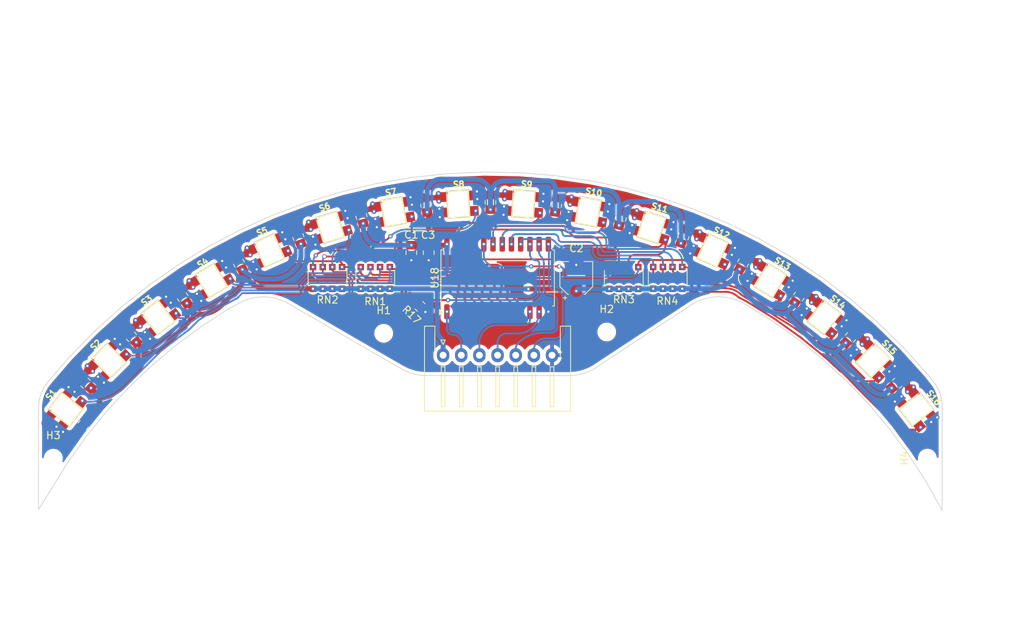
<source format=kicad_pcb>
(kicad_pcb (version 20241229) (generator "pcbnew") (generator_version "9.0")
  (layers (0 "F.Cu" signal) (2 "B.Cu" signal) (13 "F.Paste" user) (15 "B.Paste" user) (5 "F.SilkS" user "F.Silkscreen") (7 "B.SilkS" user "B.Silkscreen") (1 "F.Mask" user) (3 "B.Mask" user) (25 "Edge.Cuts" user))
  (net 0 "")
  (net 1 "SIG")
  (net 2 "GND")
  (net 3 "M0")
  (net 4 "M2")
  (net 5 "+3.3V")
  (net 6 "M3")
  (net 7 "M1")
  (net 8 "S1")
  (net 9 "Net-(U1-A)")
  (net 10 "Net-(U2-A)")
  (net 11 "Net-(U3-A)")
  (net 12 "Net-(U4-A)")
  (net 13 "S14")
  (net 14 "S4")
  (net 15 "S10")
  (net 16 "S7")
  (net 17 "S13")
  (net 18 "S8")
  (net 19 "S6")
  (net 20 "S12")
  (net 21 "S15")
  (net 22 "S2")
  (net 23 "S3")
  (net 24 "S5")
  (net 25 "S11")
  (net 26 "S16")
  (net 27 "S9")
  (net 28 "Net-(U5-A)")
  (net 29 "Net-(U6-A)")
  (net 30 "Net-(U7-A)")
  (net 31 "Net-(U8-A)")
  (net 32 "Net-(U9-A)")
  (net 33 "Net-(U10-A)")
  (net 34 "Net-(U11-A)")
  (net 35 "Net-(U12-A)")
  (net 36 "Net-(U13-A)")
  (net 37 "Net-(U14-A)")
  (net 38 "Net-(U15-A)")
  (net 39 "Net-(U16-A)")
  (net 40 "Net-(U18-~{E})")
  (footprint "MountingHole:MountingHole_2.2mm_M2" (layer "F.Cu") (at 196.95 91.11 90)
    (property "Reference" "H4")
    (property "Value" "Mounting_Hole")
  )
  (footprint "Capacitor_SMD:CP_Elec_4x5.4" (layer "F.Cu") (at 148.61 66.28 90)
    (property "Reference" "C2")
    (property "Value" "10u" (hide yes))
  )
  (footprint "Resistor_SMD:R_0805_2012Metric_Pad1.20x1.40mm_HandSolder" (layer "F.Cu") (at 154.726073 58.057638 77)
    (property "Reference" "R11" (hide yes))
    (property "Value" "220" (hide yes))
  )
  (footprint "Resistor_SMD:R_0805_2012Metric_Pad1.20x1.40mm_HandSolder" (layer "F.Cu") (at 119.031319 57.803079 104)
    (property "Reference" "R6" (hide yes))
    (property "Value" "220" (hide yes))
  )
  (footprint "MountingHole:MountingHole_2.2mm_M2" (layer "F.Cu") (at 122.09 73.91)
    (property "Reference" "H1")
    (property "Value" "Mounting_Hole")
  )
  (footprint "Library:Qre1113_smd_dieguito" (layer "F.Cu") (at 99.884198 63.400458 -149.2)
    (property "Reference" "U4" (hide yes))
    (property "Value" "QRE1113GR")
  )
  (footprint "Resistor_SMD:R_0805_2012Metric_Pad1.20x1.40mm_HandSolder" (layer "F.Cu") (at 102.164778 64.241106 118)
    (property "Reference" "R3" (hide yes))
    (property "Value" "220" (hide yes))
  )
  (footprint "Library:Qre1113_smd_dieguito" (layer "F.Cu") (at 162.413399 58.251658 162.5)
    (property "Reference" "U11" (hide yes))
    (property "Value" "QRE1113GR")
  )
  (footprint "Resistor_SMD:R_0805_2012Metric_Pad1.20x1.40mm_HandSolder" (layer "F.Cu") (at 80.72 86.56 -129)
    (property "Reference" "R1" (hide yes))
    (property "Value" "220" (hide yes))
  )
  (footprint "Resistor_SMD:R_0805_2012Metric_Pad1.20x1.40mm_HandSolder" (layer "F.Cu") (at 186.362028 74.476657 49)
    (property "Reference" "R15" (hide yes))
    (property "Value" "220" (hide yes))
  )
  (footprint "Resistor_SMD:R_0805_2012Metric_Pad1.20x1.40mm_HandSolder" (layer "F.Cu") (at 127.933796 56.226231 98)
    (property "Reference" "R8" (hide yes))
    (property "Value" "220" (hide yes))
  )
  (footprint "Library:Qre1113_smd_dieguito" (layer "F.Cu") (at 170.915199 61.848858 155.6)
    (property "Reference" "U12" (hide yes))
    (property "Value" "QRE1113GR")
  )
  (footprint "Resistor_SMD:R_0805_2012Metric_Pad1.20x1.40mm_HandSolder" (layer "F.Cu") (at 94.424004 68.932939 124)
    (property "Reference" "R7" (hide yes))
    (property "Value" "220" (hide yes))
  )
  (footprint "Library:Qre1113_smd_dieguito" (layer "F.Cu") (at 178.895198 66.429657 148.7)
    (property "Reference" "U13" (hide yes))
    (property "Value" "QRE1113GR")
  )
  (footprint "Library:Qre1113_smd_dieguito" (layer "F.Cu") (at 84.952799 74.144059 -135.4)
    (property "Reference" "U2" (hide yes))
    (property "Value" "QRE1113GR")
  )
  (footprint "Resistor_SMD:R_0805_2012Metric_Pad1.20x1.40mm_HandSolder" (layer "F.Cu") (at 127.096377 70.196377 135)
    (property "Reference" "R17")
    (property "Value" "10k")
  )
  (footprint "MountingHole:MountingHole_2.2mm_M2" (layer "F.Cu") (at 76.6 91.13)
    (property "Reference" "H3")
    (property "Value" "Mounting_Hole")
  )
  (footprint "Package_SO:SOIC-24W_7.5x15.4mm_P1.27mm" (layer "F.Cu") (at 137.78 66.28 90)
    (property "Reference" "U18")
    (property "Value" "CD74HC4067M")
  )
  (footprint "Library:Qre1113_smd_dieguito" (layer "F.Cu") (at 186.320199 71.954058 141.8)
    (property "Reference" "U14" (hide yes))
    (property "Value" "QRE1113GR")
  )
  (footprint "Library:Qre1113_smd_dieguito" (layer "F.Cu") (at 198.8466 85.44946 128)
    (property "Reference" "U16" (hide yes))
    (property "Value" "QRE1113GR")
  )
  (footprint "Library:Qre1113_smd_dieguito" (layer "F.Cu") (at 192.986597 78.326058 134.9)
    (property "Reference" "U15" (hide yes))
    (property "Value" "QRE1113GR")
  )
  (footprint "MountingHole:MountingHole_2.2mm_M2" (layer "F.Cu") (at 152.8 73.73)
    (property "Reference" "H2")
    (property "Value" "Mounting_Hole")
  )
  (footprint "Resistor_SMD:R_0805_2012Metric_Pad1.20x1.40mm_HandSolder" (layer "F.Cu") (at 192.784453 80.796641 41)
    (property "Reference" "R16" (hide yes))
    (property "Value" "220" (hide yes))
  )
  (footprint "Resistor_SMD:R_0805_2012Metric_Pad1.20x1.40mm_HandSolder" (layer "F.Cu") (at 145.837737 56.226231 82)
    (property "Reference" "R10" (hide yes))
    (property "Value" "220" (hide yes))
  )
  (footprint "Resistor_SMD:R_0805_2012Metric_Pad1.20x1.40mm_HandSolder" (layer "F.Cu") (at 136.793842 55.851465 90)
    (property "Reference" "R9" (hide yes))
    (property "Value" "220" (hide yes))
  )
  (footprint "Resistor_SMD:R_Array_Convex_4x1206" (layer "F.Cu") (at 114.36 66.28 90)
    (property "Reference" "RN2")
    (property "Value" "4.7k")
  )
  (footprint "Resistor_SMD:R_0805_2012Metric_Pad1.20x1.40mm_HandSolder" (layer "F.Cu") (at 110.340979 60.65272 110.5)
    (property "Reference" "R4" (hide yes))
    (property "Value" "220" (hide yes))
  )
  (footprint "Library:Qre1113_smd_dieguito" (layer "F.Cu") (at 144.415398 54.254459 176.3)
    (property "Reference" "U9" (hide yes))
    (property "Value" "QRE1113GR")
  )
  (footprint "Library:Qre1113_smd_dieguito" (layer "F.Cu") (at 116.960599 56.51706 -163)
    (property "Reference" "U6" (hide yes))
    (property "Value" "QRE1113GR")
  )
  (footprint "Resistor_SMD:R_0805_2012Metric_Pad1.20x1.40mm_HandSolder" (layer "F.Cu") (at 171.576426 64.202396 61)
    (property "Reference" "R13" (hide yes))
    (property "Value" "220" (hide yes))
  )
  (footprint "Capacitor_SMD:C_0805_2012Metric_Pad1.18x1.45mm_HandSolder" (layer "F.Cu") (at 128.29 62.81 -90)
    (property "Reference" "C3")
    (property "Value" "100n" (hide yes))
  )
  (footprint "Library:Qre1113_smd_dieguito" (layer "F.Cu") (at 126.002599 54.66046 -169.9)
    (property "Reference" "U7" (hide yes))
    (property "Value" "QRE1113GR")
  )
  (footprint "Resistor_SMD:R_0805_2012Metric_Pad1.20x1.40mm_HandSolder" (layer "F.Cu") (at 81.039156 80.77436 138)
    (property "Reference" "R2" (hide yes))
    (property "Value" "220" (hide yes))
  )
  (footprint "Resistor_SMD:R_0805_2012Metric_Pad1.20x1.40mm_HandSolder" (layer "F.Cu") (at 87.373472 74.394175 131)
    (property "Reference" "R5" (hide yes))
    (property "Value" "220" (hide yes))
  )
  (footprint "Connector_JST:JST_XH_S7B-XH-A-1_1x07_P2.50mm_Horizontal" (layer "F.Cu") (at 130.27 76.93)
    (property "Reference" "J2" (hide yes))
    (property "Value" "Conn_01x07" (hide yes))
  )
  (footprint "Library:Qre1113_smd_dieguito" (layer "F.Cu") (at 92.088398 68.324059 -142.3)
    (property "Reference" "U3" (hide yes))
    (property "Value" "QRE1113GR")
  )
  (footprint "Library:Qre1113_smd_dieguito" (layer "F.Cu") (at 78.533736 80.804017 -128.5)
    (property "Reference" "U1" (hide yes))
    (property "Value" "QRE1113GR")
  )
  (footprint "Resistor_SMD:R_0805_2012Metric_Pad1.20x1.40mm_HandSolder" (layer "F.Cu") (at 163.366918 60.560796 70)
    (property "Reference" "R12" (hide yes))
    (property "Value" "220" (hide yes))
  )
  (footprint "Resistor_SMD:R_0805_2012Metric_Pad1.20x1.40mm_HandSolder" (layer "F.Cu") (at 179.255606 68.841016 55)
    (property "Reference" "R14" (hide yes))
    (property "Value" "220" (hide yes))
  )
  (footprint "Capacitor_SMD:C_0805_2012Metric_Pad1.18x1.45mm_HandSolder" (layer "F.Cu") (at 125.9 62.8075 -90)
    (property "Reference" "C1")
    (property "Value" "0.22u" (hide yes))
  )
  (footprint "Library:Qre1113_smd_dieguito" (layer "F.Cu") (at 108.218799 59.45886 -156.1)
    (property "Reference" "U5" (hide yes))
    (property "Value" "QRE1113GR")
  )
  (footprint "Resistor_SMD:R_Array_Convex_4x1206" (layer "F.Cu") (at 155.15 66.29 90)
    (property "Reference" "RN3")
    (property "Value" "4.7k")
  )
  (footprint "Resistor_SMD:R_Array_Convex_4x1206" (layer "F.Cu") (at 120.93 66.28 -90)
    (property "Reference" "RN1")
    (property "Value" "4.7k")
  )
  (footprint "Resistor_SMD:R_Array_Convex_4x1206" (layer "F.Cu") (at 161.2 66.27 90)
    (property "Reference" "RN4")
    (property "Value" "4.7k")
  )
  (footprint "Library:Qre1113_smd_dieguito" (layer "F.Cu") (at 135.198599 53.894459 -176.8)
    (property "Reference" "U8" (hide yes))
    (property "Value" "QRE1113GR")
  )
  (footprint "Library:Qre1113_smd_dieguito" (layer "F.Cu") (at 153.536 55.71046 169.4)
    (property "Reference" "U10" (hide yes))
    (property "Value" "QRE1113GR")
  )
  (gr_line (start 90.12272 78.388916) (end 86.943956 81.425352) (stroke (width 0.1)) (layer "Edge.Cuts"))
  (gr_line (start 194.382 90.658425) (end 191.815797 87.188899) (stroke (width 0.1)) (layer "Edge.Cuts"))
  (gr_line (start 100.711576 70.556963) (end 97.020142 72.943976) (stroke (width 0.1)) (layer "Edge.Cuts"))
  (gr_line (start 173.97572 60.977277) (end 169.538202 58.782897) (stroke (width 0.1)) (layer "Edge.Cuts"))
  (gr_line (start 171.949818 69.950011) (end 171.521241 69.719132) (stroke (width 0.1)) (layer "Edge.Cuts"))
  (gr_line (start 83.962119 84.655395) (end 81.188985 88.066296) (stroke (width 0.1)) (layer "Edge.Cuts"))
  (gr_line (start 192.948046 84.31732) (end 194.862348 86.755652) (stroke (width 0.1)) (layer "Edge.Cuts"))
  (gr_line (start 78.811494 86.765803) (end 80.733024 84.333163) (stroke (width 0.1)) (layer "Edge.Cuts"))
  (gr_line (start 182.394193 66.179198) (end 178.266695 63.44596) (stroke (width 0.1)) (layer "Edge.Cuts"))
  (gr_line (start 82.215182 73.689437) (end 78.756937 77.231668) (stroke (width 0.1)) (layer "Edge.Cuts"))
  (gr_line (start 196.954632 79.527307) (end 193.636539 75.853465) (stroke (width 0.1)) (layer "Edge.Cuts"))
  (gr_line (start 186.991936 77.907995) (end 189.185461 80.098535) (stroke (width 0.1)) (layer "Edge.Cuts"))
  (gr_line (start 134.009283 57.886562) (end 133.88857 55.786967) (stroke (width 0.1)) (layer "Edge.Cuts"))
  (gr_arc (start 151.06608 78.794406) (mid 149.375977 79.495866) (end 147.561821 79.735322) (stroke (width 0.1)) (layer "Edge.Cuts"))
  (gr_line (start 160.294101 55.250579) (end 155.523999 53.926576) (stroke (width 0.1)) (layer "Edge.Cuts"))
  (gr_line (start 122.253077 59.306429) (end 125.303402 58.753688) (stroke (width 0.1)) (layer "Edge.Cuts"))
  (gr_line (start 149.061446 55.015599) (end 148.749088 56.698054) (stroke (width 0.1)) (layer "Edge.Cuts"))
  (gr_line (start 197.747129 80.524063) (end 198.124666 81.043534) (stroke (width 0.1)) (layer "Edge.Cuts"))
  (gr_line (start 100.681009 67.471016) (end 99.600799 65.666576) (stroke (width 0.1)) (layer "Edge.Cuts"))
  (gr_arc (start 102.146452 69.766759) (mid 105.597053 68.898854) (end 109.02859 69.839342) (stroke (width 0.1)) (layer "Edge.Cuts"))
  (gr_line (start 166.719895 60.112472) (end 166.015014 61.671758) (stroke (width 0.1)) (layer "Edge.Cuts"))
  (gr_line (start 189.185461 80.098535) (end 190.673522 78.612419) (stroke (width 0.1)) (layer "Edge.Cuts"))
  (gr_line (start 172.994885 67.458537) (end 175.647833 69.062246) (stroke (width 0.1)) (layer "Edge.Cuts"))
  (gr_line (start 108.517552 63.580919) (end 107.662076 61.659713) (stroke (width 0.1)) (layer "Edge.Cuts"))
  (gr_line (start 97.020142 72.943976) (end 93.485873 75.558065) (stroke (width 0.1)) (layer "Edge.Cuts"))
  (gr_line (start 85.207617 76.428446) (end 84.01823 75.227142) (stroke (width 0.1)) (layer "Edge.Cuts"))
  (gr_line (start 174.962128 64.214012) (end 174.074922 65.677258) (stroke (width 0.1)) (layer "Edge.Cuts"))
  (gr_line (start 74.687 82.996871) (end 74.585799 83.628719) (stroke (width 0.1)) (layer "Edge.Cuts"))
  (gr_line (start 151.8014 57.240253) (end 152.109978 55.578161) (stroke (width 0.1)) (layer "Edge.Cuts"))
  (gr_line (start 198.96404 83.447983) (end 198.991813 84.089555) (stroke (width 0.1)) (layer "Edge.Cuts"))
  (gr_line (start 126.030235 52.425954) (end 121.150385 53.258971) (stroke (width 0.1)) (layer "Edge.Cuts"))
  (gr_line (start 75.837142 84.409919) (end 77.178544 85.472397) (stroke (width 0.1)) (layer "Edge.Cuts"))
  (gr_arc (start 164.695998 69.822706) (mid 168.095145 68.88256) (end 171.521241 69.719132) (stroke (width 0.1)) (layer "Edge.Cuts"))
  (gr_line (start 179.259682 74.827268) (end 175.681386 72.273779) (stroke (width 0.1)) (layer "Edge.Cuts"))
  (gr_line (start 125.303402 58.753688) (end 124.931181 56.683828) (stroke (width 0.1)) (layer "Edge.Cuts"))
  (gr_line (start 182.651563 69.276576) (end 181.5949 70.622566) (stroke (width 0.1)) (layer "Edge.Cuts"))
  (gr_line (start 88.596185 71.180947) (end 89.645243 72.532874) (stroke (width 0.1)) (layer "Edge.Cuts"))
  (gr_line (start 86.943956 81.425352) (end 83.962119 84.655395) (stroke (width 0.1)) (layer "Edge.Cuts"))
  (gr_line (start 75.771566 80.700932) (end 75.404565 81.225127) (stroke (width 0.1)) (layer "Edge.Cuts"))
  (gr_line (start 102.146452 69.766759) (end 100.711576 70.556963) (stroke (width 0.1)) (layer "Edge.Cuts"))
  (gr_line (start 157.532064 58.664152) (end 156.908376 60.651726) (stroke (width 0.1)) (layer "Edge.Cuts"))
  (gr_line (start 165.15693 63.569948) (end 167.983415 64.843128) (stroke (width 0.1)) (layer "Edge.Cuts"))
  (gr_line (start 190.673522 78.612419) (end 191.869668 77.417842) (stroke (width 0.1)) (layer "Edge.Cuts"))
  (gr_line (start 158.044397 57.031444) (end 157.532064 58.664152) (stroke (width 0.1)) (layer "Edge.Cuts"))
  (gr_line (start 128.004259 79.730916) (end 147.561823 79.733979) (stroke (width 0.1)) (layer "Edge.Cuts"))
  (gr_line (start 85.889022 70.371344) (end 82.215182 73.689437) (stroke (width 0.1)) (layer "Edge.Cuts"))
  (gr_line (start 121.150385 53.258971) (end 116.33247 54.396756) (stroke (width 0.1)) (layer "Edge.Cuts"))
  (gr_line (start 74.585799 83.628719) (end 74.556486 84.267946) (stroke (width 0.1)) (layer "Edge.Cuts"))
  (gr_line (start 113.803117 61.576425) (end 116.764884 60.661025) (stroke (width 0.1)) (layer "Edge.Cuts"))
  (gr_line (start 176.738203 67.263925) (end 177.614671 65.818389) (stroke (width 0.1)) (layer "Edge.Cuts"))
  (gr_line (start 81.817667 77.41061) (end 84.01823 75.227142) (stroke (width 0.1)) (layer "Edge.Cuts"))
  (gr_line (start 178.266695 63.44596) (end 173.97572 60.977277) (stroke (width 0.1)) (layer "Edge.Cuts"))
  (gr_line (start 121.581518 55.571995) (end 121.884382 57.256184) (stroke (width 0.1)) (layer "Edge.Cuts"))
  (gr_line (start 188.465897 76.43596) (end 186.991936 77.907995) (stroke (width 0.1)) (layer "Edge.Cuts"))
  (gr_line (start 112.687528 57.949798) (end 115.649522 57.03514) (stroke (width 0.1)) (layer "Edge.Cuts"))
  (gr_line (start 79.084452 83.027384) (end 77.759281 81.977761) (stroke (width 0.1)) (layer "Edge.Cuts"))
  (gr_line (start 198.124666 81.043534) (end 198.438958 81.603538) (stroke (width 0.1)) (layer "Edge.Cuts"))
  (gr_line (start 198.861537 82.814044) (end 198.96404 83.447983) (stroke (width 0.1)) (layer "Edge.Cuts"))
  (gr_line (start 174.074922 65.677258) (end 172.994885 67.458537) (stroke (width 0.1)) (layer "Edge.Cuts"))
  (gr_line (start 175.681386 72.273779) (end 171.949818 69.950011) (stroke (width 0.1)) (layer "Edge.Cuts"))
  (gr_line (start 189.676695 75.22675) (end 188.465897 76.43596) (stroke (width 0.1)) (layer "Edge.Cuts"))
  (gr_line (start 93.824694 64.459) (end 89.763957 67.29048) (stroke (width 0.1)) (layer "Edge.Cuts"))
  (gr_line (start 96.953341 67.279504) (end 98.023315 69.066847) (stroke (width 0.1)) (layer "Edge.Cuts"))
  (gr_line (start 191.815797 87.188899) (end 191.767911 87.124157) (stroke (width 0.1)) (layer "Edge.Cuts"))
  (gr_line (start 155.523999 53.926576) (end 150.680174 52.904707) (stroke (width 0.1)) (layer "Edge.Cuts"))
  (gr_line (start 169.538202 58.782897) (end 164.971657 56.871484) (stroke (width 0.1)) (layer "Edge.Cuts"))
  (gr_line (start 148.368842 58.74619) (end 151.417516 59.307982) (stroke (width 0.1)) (layer "Edge.Cuts"))
  (gr_line (start 78.756937 77.231668) (end 75.771566 80.700932) (stroke (width 0.1)) (layer "Edge.Cuts"))
  (gr_line (start 182.651563 69.276576) (end 185.092019 71.188172) (stroke (width 0.1)) (layer "Edge.Cuts"))
  (gr_line (start 81.188985 88.066296) (end 78.635495 91.644591) (stroke (width 0.1)) (layer "Edge.Cuts"))
  (gr_line (start 76.311728 95.376161) (end 74.556488 98.194772) (stroke (width 0.1)) (layer "Edge.Cuts"))
  (gr_line (start 116.146553 58.65092) (end 115.649522 57.03514) (stroke (width 0.1)) (layer "Edge.Cuts"))
  (gr_line (start 174.962128 64.214012) (end 177.614671 65.818389) (stroke (width 0.1)) (layer "Edge.Cuts"))
  (gr_line (start 196.769015 94.34986) (end 194.382 90.658425) (stroke (width 0.1)) (layer "Edge.Cuts"))
  (gr_line (start 194.588265 83.033139) (end 192.948046 84.31732) (stroke (width 0.1)) (layer "Edge.Cuts"))
  (gr_line (start 92.079622 70.613399) (end 91.043261 69.277834) (stroke (width 0.1)) (layer "Edge.Cuts"))
  (gr_line (start 195.935638 81.978244) (end 197.849327 84.417056) (stroke (width 0.1)) (layer "Edge.Cuts"))
  (gr_line (start 105.687299 64.845705) (end 108.517552 63.580919) (stroke (width 0.1)) (layer "Edge.Cuts"))
  (gr_line (start 195.935638 81.978244) (end 194.588265 83.033139) (stroke (width 0.1)) (layer "Edge.Cuts"))
  (gr_line (start 139.793466 55.801986) (end 139.662172 57.880973) (stroke (width 0.1)) (layer "Edge.Cuts"))
  (gr_line (start 74.556488 98.194772) (end 74.556486 84.267946) (stroke (width 0.1)) (layer "Edge.Cuts"))
  (gr_line (start 107.662076 61.659713) (end 106.974423 60.115398) (stroke (width 0.1)) (layer "Edge.Cuts"))
  (gr_line (start 166.719895 60.112472) (end 169.54606 61.386363) (stroke (width 0.1)) (layer "Edge.Cuts"))
  (gr_line (start 185.900624 80.582236) (end 182.670582 77.600405) (stroke (width 0.1)) (layer "Edge.Cuts"))
  (gr_line (start 78.635495 91.644591) (end 76.311728 95.376161) (stroke (width 0.1)) (layer "Edge.Cuts"))
  (gr_line (start 88.596185 71.180947) (end 91.043261 69.277834) (stroke (width 0.1)) (layer "Edge.Cuts"))
  (gr_line (start 116.764884 60.661025) (end 116.146553 58.65092) (stroke (width 0.1)) (layer "Edge.Cuts"))
  (gr_line (start 191.767911 87.124157) (end 188.937062 83.761005) (stroke (width 0.1)) (layer "Edge.Cuts"))
  (gr_line (start 198.685709 82.196412) (end 198.861537 82.814044) (stroke (width 0.1)) (layer "Edge.Cuts"))
  (gr_line (start 130.795062 55.988934) (end 130.914631 58.068628) (stroke (width 0.1)) (layer "Edge.Cuts"))
  (gr_line (start 75.09901 81.787359) (end 74.858801 82.380466) (stroke (width 0.1)) (layer "Edge.Cuts"))
  (gr_line (start 156.908376 60.651726) (end 159.867411 61.575915) (stroke (width 0.1)) (layer "Edge.Cuts"))
  (gr_line (start 90.922309 74.178637) (end 93.368905 72.274908) (stroke (width 0.1)) (layer "Edge.Cuts"))
  (gr_line (start 142.756269 58.072223) (end 142.888819 55.973344) (stroke (width 0.1)) (layer "Edge.Cuts"))
  (gr_line (start 130.696845 54.280548) (end 133.791539 54.099257) (stroke (width 0.1)) (layer "Edge.Cuts"))
  (gr_line (start 194.862348 86.755652) (end 196.518258 85.459189) (stroke (width 0.1)) (layer "Edge.Cuts"))
  (gr_line (start 81.817667 77.41061) (end 83.021626 78.626629) (stroke (width 0.1)) (layer "Edge.Cuts"))
  (gr_line (start 77.178544 85.472397) (end 78.811494 86.765803) (stroke (width 0.1)) (layer "Edge.Cuts"))
  (gr_arc (start 128.004259 79.730916) (mid 126.190105 79.491453) (end 124.5 78.79) (stroke (width 0.1)) (layer "Edge.Cuts"))
  (gr_line (start 130.914631 58.068628) (end 134.009283 57.886562) (stroke (width 0.1)) (layer "Edge.Cuts"))
  (gr_line (start 182.689798 74.125338) (end 185.092019 71.188172) (stroke (width 0.1)) (layer "Edge.Cuts"))
  (gr_line (start 180.308576 72.261101) (end 182.689798 74.125338) (stroke (width 0.1)) (layer "Edge.Cuts"))
  (gr_line (start 130.952761 51.900989) (end 126.030235 52.425954) (stroke (width 0.1)) (layer "Edge.Cuts"))
  (gr_line (start 116.33247 54.396756) (end 111.595505 55.834812) (stroke (width 0.1)) (layer "Edge.Cuts"))
  (gr_line (start 159.867411 61.575915) (end 160.497064 59.569323) (stroke (width 0.1)) (layer "Edge.Cuts"))
  (gr_line (start 89.645243 72.532874) (end 90.922309 74.178637) (stroke (width 0.1)) (layer "Edge.Cuts"))
  (gr_line (start 190.094307 72.395221) (end 186.341923 69.166219) (stroke (width 0.1)) (layer "Edge.Cuts"))
  (gr_line (start 181.5949 70.622566) (end 180.308576 72.261101) (stroke (width 0.1)) (layer "Edge.Cuts"))
  (gr_line (start 75.404565 81.225127) (end 75.09901 81.787359) (stroke (width 0.1)) (layer "Edge.Cuts"))
  (gr_line (start 98.055207 61.888089) (end 93.824694 64.459) (stroke (width 0.1)) (layer "Edge.Cuts"))
  (gr_line (start 104.839932 62.942705) (end 105.687299 64.845705) (stroke (width 0.1)) (layer "Edge.Cuts"))
  (gr_line (start 113.190646 59.58537) (end 113.803117 61.576425) (stroke (width 0.1)) (layer "Edge.Cuts"))
  (gr_line (start 149.061446 55.015599) (end 152.109978 55.578161) (stroke (width 0.1)) (layer "Edge.Cuts"))
  (gr_line (start 189.676695 75.22675) (end 191.869668 77.417842) (stroke (width 0.1)) (layer "Edge.Cuts"))
  (gr_line (start 182.670582 77.600405) (end 179.259682 74.827268) (stroke (width 0.1)) (layer "Edge.Cuts"))
  (gr_line (start 124.5 78.79) (end 109.02859 69.839342) (stroke (width 0.1)) (layer "Edge.Cuts"))
  (gr_line (start 139.662172 57.880973) (end 142.756269 58.072223) (stroke (width 0.1)) (layer "Edge.Cuts"))
  (gr_line (start 198.919529 98.183893) (end 196.769015 94.34986) (stroke (width 0.1)) (layer "Edge.Cuts"))
  (gr_line (start 121.581518 55.571995) (end 124.631983 55.02002) (stroke (width 0.1)) (layer "Edge.Cuts"))
  (gr_line (start 84.487262 80.10695) (end 86.687275 77.922924) (stroke (width 0.1)) (layer "Edge.Cuts"))
  (gr_line (start 198.991813 98.334164) (end 198.991813 84.089555) (stroke (width 0.1)) (layer "Edge.Cuts"))
  (gr_line (start 196.518258 85.459189) (end 197.849327 84.417056) (stroke (width 0.1)) (layer "Edge.Cuts"))
  (gr_line (start 197.747129 80.524063) (end 196.954632 79.527307) (stroke (width 0.1)) (layer "Edge.Cuts"))
  (gr_line (start 193.636539 75.853465) (end 190.094307 72.395221) (stroke (width 0.1)) (layer "Edge.Cuts"))
  (gr_line (start 75.837142 84.409919) (end 77.759281 81.977761) (stroke (width 0.1)) (layer "Edge.Cuts"))
  (gr_line (start 139.901316 54.094181) (end 142.995363 54.286207) (stroke (width 0.1)) (layer "Edge.Cuts"))
  (gr_line (start 198.438958 81.603538) (end 198.685709 82.196412) (stroke (width 0.1)) (layer "Edge.Cuts"))
  (gr_line (start 158.044397 57.031444) (end 161.003199 57.956374) (stroke (width 0.1)) (layer "Edge.Cuts"))
  (gr_line (start 83.021626 78.626629) (end 84.487262 80.10695) (stroke (width 0.1)) (layer "Edge.Cuts"))
  (gr_line (start 151.06608 78.794406) (end 164.695998 69.822706) (stroke (width 0.1)) (layer "Edge.Cuts"))
  (gr_line (start 198.991813 98.334164) (end 198.919529 98.183893) (stroke (width 0.1)) (layer "Edge.Cuts"))
  (gr_line (start 86.687275 77.922924) (end 85.207617 76.428446) (stroke (width 0.1)) (layer "Edge.Cuts"))
  (gr_line (start 130.696845 54.280548) (end 130.795062 55.988934) (stroke (width 0.1)) (layer "Edge.Cuts"))
  (gr_line (start 93.485873 75.558065) (end 90.12272 78.388916) (stroke (width 0.1)) (layer "Edge.Cuts"))
  (gr_line (start 98.023315 69.066847) (end 100.681009 67.471016) (stroke (width 0.1)) (layer "Edge.Cuts"))
  (gr_line (start 139.901316 54.094181) (end 139.793466 55.801986) (stroke (width 0.1)) (layer "Edge.Cuts"))
  (gr_line (start 96.074398 65.811281) (end 96.953341 67.279504) (stroke (width 0.1)) (layer "Edge.Cuts"))
  (gr_line (start 104.143854 61.379473) (end 104.839932 62.942705) (stroke (width 0.1)) (layer "Edge.Cuts"))
  (gr_line (start 168.84971 62.926781) (end 169.54606 61.386363) (stroke (width 0.1)) (layer "Edge.Cuts"))
  (gr_line (start 106.958182 57.567466) (end 102.438806 59.587886) (stroke (width 0.1)) (layer "Edge.Cuts"))
  (gr_line (start 96.074398 65.811281) (end 98.732493 64.216116) (stroke (width 0.1)) (layer "Edge.Cuts"))
  (gr_line (start 93.368905 72.274908) (end 92.079622 70.613399) (stroke (width 0.1)) (layer "Edge.Cuts"))
  (gr_line (start 133.88857 55.786967) (end 133.791539 54.099257) (stroke (width 0.1)) (layer "Edge.Cuts"))
  (gr_line (start 80.733024 84.333163) (end 79.084452 83.027384) (stroke (width 0.1)) (layer "Edge.Cuts"))
  (gr_line (start 142.888819 55.973344) (end 142.995363 54.286207) (stroke (width 0.1)) (layer "Edge.Cuts"))
  (gr_line (start 99.600799 65.666576) (end 98.732493 64.216116) (stroke (width 0.1)) (layer "Edge.Cuts"))
  (gr_line (start 121.884382 57.256184) (end 122.253077 59.306429) (stroke (width 0.1)) (layer "Edge.Cuts"))
  (gr_line (start 186.341923 69.166219) (end 182.394193 66.179198) (stroke (width 0.1)) (layer "Edge.Cuts"))
  (gr_line (start 150.680174 52.904707) (end 145.781744 52.188998) (stroke (width 0.1)) (layer "Edge.Cuts"))
  (gr_line (start 124.931181 56.683828) (end 124.631983 55.02002) (stroke (width 0.1)) (layer "Edge.Cuts"))
  (gr_line (start 166.015014 61.671758) (end 165.15693 63.569948) (stroke (width 0.1)) (layer "Edge.Cuts"))
  (gr_line (start 111.595505 55.834812) (end 106.958182 57.567466) (stroke (width 0.1)) (layer "Edge.Cuts"))
  (gr_line (start 140.848043 51.782274) (end 135.898536 51.686145) (stroke (width 0.1)) (layer "Edge.Cuts"))
  (gr_line (start 164.971657 56.871484) (end 160.294101 55.250579) (stroke (width 0.1)) (layer "Edge.Cuts"))
  (gr_line (start 175.647833 69.062246) (end 176.738203 67.263925) (stroke (width 0.1)) (layer "Edge.Cuts"))
  (gr_line (start 104.143854 61.379473) (end 106.974423 60.115398) (stroke (width 0.1)) (layer "Edge.Cuts"))
  (gr_line (start 135.898536 51.686145) (end 130.952761 51.900989) (stroke (width 0.1)) (layer "Edge.Cuts"))
  (gr_line (start 148.749088 56.698054) (end 148.368842 58.74619) (stroke (width 0.1)) (layer "Edge.Cuts"))
  (gr_line (start 160.497064 59.569323) (end 161.003199 57.956374) (stroke (width 0.1)) (layer "Edge.Cuts"))
  (gr_line (start 112.687528 57.949798) (end 113.190646 59.58537) (stroke (width 0.1)) (layer "Edge.Cuts"))
  (gr_line (start 167.983415 64.843128) (end 168.84971 62.926781) (stroke (width 0.1)) (layer "Edge.Cuts"))
  (gr_line (start 188.937062 83.761005) (end 185.900624 80.582236) (stroke (width 0.1)) (layer "Edge.Cuts"))
  (gr_line (start 145.781744 52.188998) (end 140.848043 51.782274) (stroke (width 0.1)) (layer "Edge.Cuts"))
  (gr_line (start 151.417516 59.307982) (end 151.8014 57.240253) (stroke (width 0.1)) (layer "Edge.Cuts"))
  (gr_line (start 89.763957 67.29048) (end 85.889022 70.371344) (stroke (width 0.1)) (layer "Edge.Cuts"))
  (gr_line (start 74.858801 82.380466) (end 74.687 82.996871) (stroke (width 0.1)) (layer "Edge.Cuts"))
  (gr_line (start 102.438806 59.587886) (end 98.055207 61.888089) (stroke (width 0.1)) (layer "Edge.Cuts"))
  (gr_text "S5" (at 104.665937 60.660497 20) (layer "F.SilkS") (effects (font (size 0.8 0.8) (thickness 0.2) (bold yes)) (justify left bottom)))
  (gr_text "S1" (at 76.10418 83.357977 51.5) (layer "F.SilkS") (effects (font (size 0.8 0.8) (thickness 0.2) (bold yes)) (justify left bottom)))
  (gr_text "S15\n" (at 190.468002 75.258829 315) (layer "F.SilkS") (effects (font (size 0.8 0.8) (thickness 0.2) (bold yes)) (justify left bottom)))
  (gr_text "S3" (at 88.9942 70.300599 35) (layer "F.SilkS") (effects (font (size 0.8 0.8) (thickness 0.2) (bold yes)) (justify left bottom)))
  (gr_text "S12" (at 167.253484 59.935622 335) (layer "F.SilkS") (effects (font (size 0.8 0.8) (thickness 0.2) (bold yes)) (justify left bottom)))
  (gr_text "S7" (at 122.28211 55.078679 10) (layer "F.SilkS") (effects (font (size 0.8 0.8) (thickness 0.2) (bold yes)) (justify left bottom)))
  (gr_text "S6" (at 113.284879 57.286306 20) (layer "F.SilkS") (effects (font (size 0.8 0.8) (thickness 0.2) (bold yes)) (justify left bottom)))
  (gr_text "S8" (at 131.534695 53.882269 2) (layer "F.SilkS") (effects (font (size 0.8 0.8) (thickness 0.2) (bold yes)) (justify left bottom)))
  (gr_text "S13" (at 175.653233 64.071878 330) (layer "F.SilkS") (effects (font (size 0.8 0.8) (thickness 0.2) (bold yes)) (justify left bottom)))
  (gr_text "S11" (at 158.733034 56.730316 345) (layer "F.SilkS") (effects (font (size 0.8 0.8) (thickness 0.2) (bold yes)) (justify left bottom)))
  (gr_text "S9" (at 140.85 53.77 355) (layer "F.SilkS") (effects (font (size 0.8 0.8) (thickness 0.2) (bold yes)) (justify left bottom)))
  (gr_text "S10" (at 149.679446 54.700159 350) (layer "F.SilkS") (effects (font (size 0.8 0.8) (thickness 0.2) (bold yes)) (justify left bottom)))
  (gr_text "S4" (at 96.642643 65.079334 30) (layer "F.SilkS") (effects (font (size 0.8 0.8) (thickness 0.2) (bold yes)) (justify left bottom)))
  (gr_text "S2" (at 82.151399 76.487501 45) (layer "F.SilkS") (effects (font (size 0.8 0.8) (thickness 0.2) (bold yes)) (justify left bottom)))
  (gr_text "S16" (at 196.631399 82.117504 310) (layer "F.SilkS") (effects (font (size 0.8 0.8) (thickness 0.2) (bold yes)) (justify left bottom)))
  (gr_text "S14" (at 183.324597 69.176146 322) (layer "F.SilkS") (effects (font (size 0.8 0.8) (thickness 0.2) (bold yes)) (justify left bottom)))
  (via (at 130.795001 70.929997) (size 0.6) (drill 0.3) (layers "F.Cu" "B.Cu") (net 1))
  (segment (start 130.795001 70.929997) (end 130.795001 73.345543) (width 0.25) (layer "B.Cu") (net 1))
  (segment (start 132.77 76.93) (end 132.77 75.320548) (width 0.25) (layer "B.Cu") (net 1))
  (arc (start 132.77 75.320548) (mid 132.409581 74.450419) (end 131.539458 74.09) (width 0.25) (layer "B.Cu") (net 1))
  (arc (start 130.795001 73.345543) (mid 131.013047 73.871954) (end 131.539458 74.09) (width 0.25) (layer "B.Cu") (net 1))
  (segment (start 127.833536 70.97) (end 127.83 70.97) (width 0.25) (layer "F.Cu") (net 2))
  (via (at 148.61 64.48) (size 0.6) (drill 0.3) (layers "F.Cu" "B.Cu") (net 2))
  (via (at 178.405077 66.658308) (size 0.6) (drill 0.3) (layers "F.Cu" "B.Cu") (net 2))
  (via (at 89.920196 74.676137) (size 0.6) (drill 0.3) (layers "F.Cu" "B.Cu") (net 2))
  (via (at 198.307297 85.490104) (size 0.6) (drill 0.3) (layers "F.Cu" "B.Cu") (net 2))
  (via (at 89.21694 73.76623) (size 0.6) (drill 0.3) (layers "F.Cu" "B.Cu") (net 2))
  (via (at 79.520894 81.972571) (size 0.6) (drill 0.3) (layers "F.Cu" "B.Cu") (net 2))
  (via (at 197.479885 86.136549) (size 0.6) (drill 0.3) (layers "F.Cu" "B.Cu") (net 2))
  (via (at 193.389468 82.606537) (size 0.6) (drill 0.3) (layers "F.Cu" "B.Cu") (net 2))
  (via (at 125.9 63.845) (size 0.6) (drill 0.3) (layers "F.Cu" "B.Cu") (net 2))
  (via (at 191.712326 79.172363) (size 0.6) (drill 0.3) (layers "F.Cu" "B.Cu") (net 2))
  (via (at 129.81387 57.90129) (size 0.6) (drill 0.3) (layers "F.Cu" "B.Cu") (net 2))
  (via (at 144.019225 55.731973) (size 0.6) (drill 0.3) (layers "F.Cu" "B.Cu") (net 2))
  (via (at 156.305784 58.999684) (size 0.6) (drill 0.3) (layers "F.Cu" "B.Cu") (net 2))
  (via (at 120.936566 58.152997) (size 0.6) (drill 0.3) (layers "F.Cu" "B.Cu") (net 2))
  (via (at 112.35084 60.592919) (size 0.6) (drill 0.3) (layers "F.Cu" "B.Cu") (net 2))
  (via (at 155.959973 60.096458) (size 0.6) (drill 0.3) (layers "F.Cu" "B.Cu") (net 2))
  (via (at 104.132088 64.059) (size 0.6) (drill 0.3) (layers "F.Cu" "B.Cu") (net 2))
  (via (at 186.412859 76.97108) (size 0.6) (drill 0.3) (layers "F.Cu" "B.Cu") (net 2))
  (via (at 164.286884 62.905003) (size 0.6) (drill 0.3) (layers "F.Cu" "B.Cu") (net 2))
  (via (at 179.631289 71.398641) (size 0.6) (drill 0.3) (layers "F.Cu" "B.Cu") (net 2))
  (via (at 129.749676 56.753083) (size 0.6) (drill 0.3) (layers "F.Cu" "B.Cu") (net 2))
  (via (at 77.943304 87.489927) (size 0.6) (drill 0.3) (layers "F.Cu" "B.Cu") (net 2))
  (via (at 185.156829 72.947321) (size 0.6) (drill 0.3) (layers "F.Cu" "B.Cu") (net 2))
  (via (at 85.792421 75.422744) (size 0.6) (drill 0.3) (layers "F.Cu" "B.Cu") (net 2))
  (via (at 161.991966 58.590619) (size 0.6) (drill 0.3) (layers "F.Cu" "B.Cu") (net 2))
  (via (at 125.970298 56.189825) (size 0.6) (drill 0.3) (layers "F.Cu" "B.Cu") (net 2))
  (via (at 112.687068 61.692669) (size 0.6) (drill 0.3) (layers "F.Cu" "B.Cu") (net 2))
  (via (at 104.598001 65.110393) (size 0.6) (drill 0.3) (layers "F.Cu" "B.Cu") (net 2))
  (via (at 153.158341 56.097596) (size 0.6) (drill 0.3) (layers "F.Cu" "B.Cu") (net 2))
  (via (at 147.562486 57.186818) (size 0.6) (drill 0.3) (layers "F.Cu" "B.Cu") (net 2))
  (via (at 134.924186 54.360504) (size 0.6) (drill 0.3) (layers "F.Cu" "B.Cu") (net 2))
  (via (at 82.755943 79.891783) (size 0.6) (drill 0.3) (layers "F.Cu" "B.Cu") (net 2))
  (via (at 177.859583 67.55549) (size 0.6) (drill 0.3) (layers "F.Cu" "B.Cu") (net 2))
  (via (at 192.456083 78.431198) (size 0.6) (drill 0.3) (layers "F.Cu" "B.Cu") (net 2))
  (via (at 192.483256 83.314547) (size 0.6) (drill 0.3) (layers "F.Cu" "B.Cu") (net 2))
  (via (at 108.552235 60.951783) (size 0.6) (drill 0.3) (layers "F.Cu" "B.Cu") (net 2))
  (via (at 185.806158 72.122171) (size 0.6) (drill 0.3) (layers "F.Cu" "B.Cu") (net 2))
  (via (at 187.22745 76.159327) (size 0.6) (drill 0.3) (layers "F.Cu" "B.Cu") (net 2))
  (via (at 138.588301 57.585366) (size 0.6) (drill 0.3) (layers "F.Cu" "B.Cu") (net 2))
  (via (at 83.563419 80.710612) (size 0.6) (drill 0.3) (layers "F.Cu" "B.Cu") (net 2))
  (via (at 78.699155 81.318931) (size 0.6) (drill 0.3) (layers "F.Cu" "B.Cu") (net 2))
  (via (at 144.086984 54.684161) (size 0.6) (drill 0.3) (layers "F.Cu" "B.Cu") (net 2))
  (via (at 172.188008 66.681848) (size 0.6) (drill 0.3) (layers "F.Cu" "B.Cu") (net 2))
  (via (at 96.379732 68.458246) (size 0.6) (drill 0.3) (layers "F.Cu" "B.Cu") (net 2))
  (via (at 92.126218 68.863568) (size 0.6) (drill 0.3) (layers "F.Cu" "B.Cu") (net 2))
  (via (at 144.764999 70.93) (size 0.6) (drill 0.3) (layers "F.Cu" "B.Cu") (net 2))
  (via (at 92.768322 69.694352) (size 0.6) (drill 0.3) (layers "F.Cu" "B.Cu") (net 2))
  (via (at 99.856929 63.940603) (size 0.6) (drill 0.3) (layers "F.Cu" "B.Cu") (net 2))
  (via (at 161.676225 59.592022) (size 0.6) (drill 0.3) (layers "F.Cu" "B.Cu") (net 2))
  (via (at 172.785455 65.69922) (size 0.6) (drill 0.3) (layers "F.Cu" "B.Cu") (net 2))
  (via (at 85.05516 74.675117) (size 0.6) (drill 0.3) (layers "F.Cu" "B.Cu") (net 2))
  (via (at 128.29 63.8475) (size 0.6) (drill 0.3) (layers "F.Cu" "B.Cu") (net 2))
  (via (at 108.126837 59.991817) (size 0.6) (drill 0.3) (layers "F.Cu" "B.Cu") (net 2))
  (via (at 147.350942 58.317193) (size 0.6) (drill 0.3) (layers "F.Cu" "B.Cu") (net 2))
  (via (at 96.968581 69.44605) (size 0.6) (drill 0.3) (layers "F.Cu" "B.Cu") (net 2))
  (via (at 134.982799 55.408867) (size 0.6) (drill 0.3) (layers "F.Cu" "B.Cu") (net 2))
  (via (at 121.138238 59.285175) (size 0.6) (drill 0.3) (layers "F.Cu" "B.Cu") (net 2))
  (via (at 117.112265 58.039229) (size 0.6) (drill 0.3) (layers "F.Cu" "B.Cu") (net 2))
  (via (at 125.786163 55.156096) (size 0.6) (drill 0.3) (layers "F.Cu" "B.Cu") (net 2))
  (via (at 164.761954 61.857717) (size 0.6) (drill 0.3) (layers "F.Cu" "B.Cu") (net 2))
  (via (at 77.043305 86.774035) (size 0.6) (drill 0.3) (layers "F.Cu" "B.Cu") (net 2))
  (via (at 152.965192 57.129678) (size 0.6) (drill 0.3) (layers "F.Cu" "B.Cu") (net 2))
  (via (at 170.456097 62.134734) (size 0.6) (drill 0.3) (layers "F.Cu" "B.Cu") (net 2))
  (via (at 170.022337 63.090952) (size 0.6) (drill 0.3) (layers "F.Cu" "B.Cu") (net 2))
  (via (at 138.662513 56.437763) (size 0.6) (drill 0.3) (layers "F.Cu" "B.Cu") (net 2))
  (via (at 116.805275 57.035109) (size 0.6) (drill 0.3) (layers "F.Cu" "B.Cu") (net 2))
  (via (at 100.394574 64.842511) (size 0.6) (drill 0.3) (layers "F.Cu" "B.Cu") (net 2))
  (via (at 180.342459 70.494906) (size 0.6) (drill 0.3) (layers "F.Cu" "B.Cu") (net 2))
  (via (at 127.833536 70.97) (size 0.6) (drill 0.3) (layers "F.Cu" "B.Cu") (net 2))
  (via (at 142.225 70.93) (size 0.6) (drill 0.3) (layers "F.Cu" "B.Cu") (net 3))
  (segment (start 141.488182 72.79) (end 137.642661 72.79) (width 0.25) (layer "B.Cu") (net 3))
  (segment (start 135.27 76.93) (end 135.27 75.162661) (width 0.25) (layer "B.Cu") (net 3))
  (segment (start 142.225 70.93) (end 142.225 70.965) (width 0.25) (layer "B.Cu") (net 3))
  (segment (start 142.225 70.965) (end 142.225 72.053182) (width 0.25) (layer "B.Cu") (net 3))
  (arc (start 137.642661 72.79) (mid 135.964936 73.484936) (end 135.27 75.162661) (width 0.25) (layer "B.Cu") (net 3))
  (arc (start 142.225 72.053182) (mid 142.009191 72.574191) (end 141.488182 72.79) (width 0.25) (layer "B.Cu") (net 3))
  (via (at 143.47 61.63) (size 0.6) (drill 0.3) (layers "F.Cu" "B.Cu") (net 4))
  (segment (start 140.628706 75.251371) (end 140.562171 75.317903) (width 0.25) (layer "B.Cu") (net 4))
  (segment (start 143.47 61.63) (end 143.47 62.672304) (width 0.25) (layer "B.Cu") (net 4))
  (segment (start 146 69.6) (end 146 72.967085) (width 0.25) (layer "B.Cu") (net 4))
  (segment (start 144.15 64.31397) (end 144.15 64.36) (width 0.25) (layer "B.Cu") (net 4))
  (segment (start 140.628706 75.241293) (end 140.628706 75.251371) (width 0.25) (layer "B.Cu") (net 4))
  (segment (start 140.654069 75.21593) (end 140.628706 75.241293) (width 0.25) (layer "B.Cu") (net 4))
  (segment (start 143.99993 73.83) (end 145.137085 73.83) (width 0.25) (layer "B.Cu") (net 4))
  (segment (start 144.15 64.36) (end 144.15 67.75) (width 0.25) (layer "B.Cu") (net 4))
  (segment (start 140.27 76.023248) (end 140.27 76.93) (width 0.25) (layer "B.Cu") (net 4))
  (arc (start 140.562171 75.317903) (mid 140.345933 75.641517) (end 140.27 76.023248) (width 0.25) (layer "B.Cu") (net 4))
  (arc (start 143.99993 73.83) (mid 142.18917 74.190187) (end 140.654069 75.21593) (width 0.25) (layer "B.Cu") (net 4))
  (arc (start 143.47 62.672304) (mid 143.537572 63.012011) (end 143.73 63.3) (width 0.25) (layer "B.Cu") (net 4))
  (arc (start 144.99 68.59) (mid 145.704178 68.885822) (end 146 69.6) (width 0.25) (layer "B.Cu") (net 4))
  (arc (start 144.15 67.75) (mid 144.39603 68.34397) (end 144.99 68.59) (width 0.25) (layer "B.Cu") (net 4))
  (arc (start 146 72.967085) (mid 145.747258 73.577258) (end 145.137085 73.83) (width 0.25) (layer "B.Cu") (net 4))
  (arc (start 143.73 63.3) (mid 144.040845 63.765214) (end 144.15 64.31397) (width 0.25) (layer "B.Cu") (net 4))
  (segment (start 88.347021 78.782462) (end 88.347538 78.782462) (width 0.7) (layer "F.Cu") (net 5))
  (segment (start 103.068975 66.148653) (end 103.058653 66.148653) (width 0.7) (layer "F.Cu") (net 5))
  (segment (start 82.992559 82.653753) (end 81.782299 81.443492) (width 0.7) (layer "F.Cu") (net 5))
  (segment (start 128.29 61.7725) (end 128.2875 61.77) (width 1) (layer "F.Cu") (net 5))
  (segment (start 85.06 82.069483) (end 88.347021 78.782462) (width 0.7) (layer "F.Cu") (net 5))
  (segment (start 102.63425 66.501628) (end 102.634246 66.715415) (width 0.7) (layer "F.Cu") (net 5))
  (segment (start 102.63425 66.501628) (end 102.627062 66.49444) (width 0.7) (layer "F.Cu") (net 5))
  (segment (start 142.01 67.8) (end 147.93402 67.8) (width 0.7) (layer "F.Cu") (net 5))
  (segment (start 128.29 61.7725) (end 130.652501 61.7725) (width 0.7) (layer "F.Cu") (net 5))
  (segment (start 103.74 66.819678) (end 103.068975 66.148653) (width 0.7) (layer "F.Cu") (net 5))
  (segment (start 128.29 61.7725) (end 128.29 59.294142) (width 0.7) (layer "F.Cu") (net 5))
  (segment (start 89.09 76.730711) (end 89.183664 76.730711) (width 0.7) (layer "F.Cu") (net 5))
  (segment (start 81.32 85.79) (end 82.051264 85.058736) (width 0.7) (layer "F.Cu") (net 5))
  (segment (start 102.627062 66.49444) (end 102.627062 65.131242) (width 0.7) (layer "F.Cu") (net 5))
  (segment (start 128.279921 57.716395) (end 128.28 57.716316) (width 0.7) (layer "F.Cu") (net 5))
  (segment (start 88.721345 75.840699) (end 88.029531 75.148885) (width 0.7) (layer "F.Cu") (net 5))
  (segment (start 85.06 82.07) (end 85.06 82.069483) (width 0.7) (layer "F.Cu") (net 5))
  (segment (start 103.74 66.83) (end 103.74 66.819678) (width 0.7) (layer "F.Cu") (net 5))
  (segment (start 92.009906 75.560094) (end 95.713726 71.856274) (width 0.7) (layer "F.Cu") (net 5))
  (segment (start 112.36 67.78) (end 106.033503 67.78) (width 0.7) (layer "F.Cu") (net 5))
  (segment (start 128.2875 61.77) (end 125.9 61.77) (width 0.7) (layer "F.Cu") (net 5))
  (segment (start 89.09 76.99) (end 89.09 76.730711) (width 0.7) (layer "F.Cu") (net 5))
  (segment (start 99.797487 70.002513) (end 102.315795 67.484205) (width 0.7) (layer "F.Cu") (net 5))
  (segment (start 128.279921 59.269921) (end 128.279921 57.716395) (width 0.7) (layer "F.Cu") (net 5))
  (segment (start 95.94 71.31) (end 96.640934 71.31) (width 0.7) (layer "F.Cu") (net 5))
  (segment (start 83.02 82.72) (end 83.490761 82.72) (width 0.7) (layer "F.Cu") (net 5))
  (segment (start 95.521944 70.300725) (end 94.983197 69.761977) (width 0.7) (layer "F.Cu") (net 5))
  (segment (start 102.627062 65.131242) (end 102.63425 65.124054) (width 0.7) (layer "F.Cu") (net 5))
  (via (at 185.705969 75.231367) (size 0.6) (drill 0.3) (layers "F.Cu" "B.Cu") (net 5))
  (via (at 171.091617 65.077018) (size 0.6) (drill 0.3) (layers "F.Cu" "B.Cu") (net 5))
  (via (at 136.793842 56.851465) (size 0.6) (drill 0.3) (layers "F.Cu" "B.Cu") (net 5))
  (via (at 153.15 67.79) (size 0.6) (drill 0.3) (layers "F.Cu" "B.Cu") (net 5))
  (via (at 120.27 67.78) (size 0.6) (drill 0.3) (layers "F.Cu" "B.Cu") (net 5))
  (via (at 163.2 67.77) (size 0.6) (drill 0.3) (layers "F.Cu" "B.Cu") (net 5))
  (via (at 94.983197 69.761977) (size 0.6) (drill 0.3) (layers "F.Cu" "B.Cu") (net 5))
  (via (at 125.9 61.77) (size 0.6) (drill 0.3) (layers "F.Cu" "B.Cu") (net 5))
  (via (at 102.63425 65.124054) (size 0.6) (drill 0.3) (layers "F.Cu" "B.Cu") (net 5))
  (via (at 116.36 67.78) (size 0.6) (drill 0.3) (layers "F.Cu" "B.Cu") (net 5))
  (via (at 130.795001 61.63) (size 0.6) (drill 0.3) (layers "F.Cu" "B.Cu") (net 5))
  (via (at 192.029743 81.4527) (size 0.6) (drill 0.3) (layers "F.Cu" "B.Cu") (net 5))
  (via (at 88.029531 75.148885) (size 0.6) (drill 0.3) (layers "F.Cu" "B.Cu") (net 5))
  (via (at 142.01 67.8) (size 0.6) (drill 0.3) (layers "F.Cu" "B.Cu") (net 5))
  (via (at 118.93 67.78) (size 0.6) (drill 0.3) (layers "F.Cu" "B.Cu") (net 5))
  (via (at 160.54 67.77) (size 0.6) (drill 0.3) (layers "F.Cu" "B.Cu") (net 5))
  (via (at 178.68203 69.660167) (size 0.6) (drill 0.3) (layers "F.Cu" "B.Cu") (net 5))
  (via (at 128.072969 57.216499) (size 0.6) (drill 0.3) (layers "F.Cu" "B.Cu") (net 5))
  (via (at 115.02 67.78) (size 0.6) (drill 0.3) (layers "F.Cu" "B.Cu") (net 5))
  (via (at 154.501122 59.032008) (size 0.6) (drill 0.3) (layers "F.Cu" "B.Cu") (net 5))
  (via (at 122.93 67.78) (size 0.6) (drill 0.3) (layers "F.Cu" "B.Cu") (net 5))
  (via (at 163.024898 61.500489) (size 0.6) (drill 0.3) (layers "F.Cu" "B.Cu") (net 5))
  (via (at 110.691186 61.589392) (size 0.6) (drill 0.3) (layers "F.Cu" "B.Cu") (net 5))
  (via (at 112.36 67.78) (size 0.6) (drill 0.3) (layers "F.Cu" "B.Cu") (net 5))
  (via (at 119.273241 58.773374) (size 0.6) (drill 0.3) (layers "F.Cu" "B.Cu") (net 5))
  (via (at 121.59 67.78) (size 0.6) (drill 0.3) (layers "F.Cu" "B.Cu") (net 5))
  (via (at 154.49 67.79) (size 0.6) (drill 0.3) (layers "F.Cu" "B.Cu") (net 5))
  (via (at 145.698564 57.2165) (size 0.6) (drill 0.3) (layers "F.Cu" "B.Cu") (net 5))
  (via (at 155.81 67.79) (size 0.6) (drill 0.3) (layers "F.Cu" "B.Cu") (net 5))
  (via (at 148.61 68.08) (size 0.6) (drill 0.3) (layers "F.Cu" "B.Cu") (net 5))
  (via (at 159.2 67.77) (size 0.6) (drill 0.3) (layers "F.Cu" "B.Cu") (net 5))
  (via (at 157.15 67.79) (size 0.6) (drill 0.3) (layers "F.Cu" "B.Cu") (net 5))
  (via (at 161.86 67.77) (size 0.6) (drill 0.3) (layers "F.Cu" "B.Cu") (net 5))
  (via (at 81.782299 81.443492) (size 0.6) (drill 0.3) (layers "F.Cu" "B.Cu") (net 5))
  (via (at 113.7 67.78) (size 0.6) (drill 0.3) (layers "F.Cu" "B.Cu") (net 5))
  (arc (start 95.94 71.31) (mid 95.831351 70.763784) (end 95.521944 70.300725) (width 0.7) (layer "F.Cu") (net 5))
  (arc (start 89.183664 76.730711) (mid 90.713254 76.426484) (end 92.009906 75.560094) (width 0.7) (layer "F.Cu") (net 5))
  (arc (start 103.058653 66.148653) (mid 102.958355 66.037407) (end 102.870249 65.916289) (width 0.7) (layer "F.Cu") (net 5))
  (arc (start 102.315795 67.484205) (mid 102.55148 67.131481) (end 102.634246 66.715415) (width 0.7) (layer "F.Cu") (net 5))
  (arc (start 89.09 76.730711) (mid 88.99419 76.24904) (end 88.721345 75.840699) (width 0.7) (layer "F.Cu") (net 5))
  (arc (start 82.051264 85.058736) (mid 82.768234 83.985714) (end 83.02 82.72) (width 0.7) (layer "F.Cu") (net 5))
  (arc (start 128.28 57.716316) (mid 128.226194 57.445817) (end 128.072969 57.216499) (width 0.7) (layer "F.Cu") (net 5))
  (arc (start 95.713726 71.856274) (mid 95.881193 71.605641) (end 95.94 71.31) (width 0.7) (layer "F.Cu") (net 5))
  (arc (start 102.870249 65.916289) (mid 102.69466 65.537344) (end 102.63425 65.124054) (width 0.7) (layer "F.Cu") (net 5))
  (arc (start 96.640934 71.31) (mid 98.340009 70.972033) (end 99.780416 70.009584) (width 0.7) (layer "F.Cu") (net 5))
  (arc (start 83.490761 82.72) (mid 84.340027 82.55107) (end 85.06 82.07) (width 0.7) (layer "F.Cu") (net 5))
  (arc (start 147.93402 67.8) (mid 148.299858 67.87277) (end 148.61 68.08) (width 0.7) (layer "F.Cu") (net 5))
  (arc (start 106.033503 67.78) (mid 104.792268 67.533103) (end 103.74 66.83) (width 0.7) (layer "F.Cu") (net 5))
  (arc (start 99.780416 70.009584) (mid 99.789655 70.007746) (end 99.797487 70.002513) (width 0.7) (layer "F.Cu") (net 5))
  (arc (start 88.347538 78.782462) (mid 88.89704 77.960073) (end 89.09 76.99) (width 0.7) (layer "F.Cu") (net 5))
  (arc (start 83.02 82.72) (mid 83.012868 82.684147) (end 82.992559 82.653753) (width 0.7) (layer "F.Cu") (net 5))
  (segment (start 155.81 67.79) (end 157.15 67.79) (width 0.7) (layer "B.Cu") (net 5))
  (segment (start 129.47 68.63) (end 129.47 67.8) (width 0.7) (layer "B.Cu") (net 5))
  (segment (start 154.49 67.79) (end 155.81 67.79) (width 0.7) (layer "B.Cu") (net 5))
  (segment (start 122.93 67.78) (end 129.421716 67.78) (width 0.7) (layer "B.Cu") (net 5))
  (segment (start 129.47 73.62) (end 129.47 68.63) (width 0.7) (layer "B.Cu") (net 5))
  (segment (start 121.59 67.78) (end 122.93 67.78) (width 0.7) (layer "B.Cu") (net 5))
  (segment (start 163.2 67.77) (end 166.729685 67.77) (width 0.7) (layer "B.Cu") (net 5))
  (segment (start 119.273241 59.176748) (end 119.273241 58.773374) (width 0.7) (layer "B.Cu") (net 5))
  (segment (start 129.47 67.8) (end 129.47 66.5) (width 0.7) (layer "B.Cu") (net 5))
  (segment (start 161.86 67.77) (end 163.2 67.77) (width 0.7) (layer "B.Cu") (net 5))
  (segment (start 171.39 67.87) (end 171.085686 67.565686) (width 0.7) (layer "B.Cu") (net 5))
  (segment (start 161.68 56.69) (end 160.18 56.69) (width 0.7) (layer "B.Cu") (net 5))
  (segment (start 191.786577 81.553422) (end 190.95 82.39) (width 0.7) (layer "B.Cu") (net 5))
  (segment (start 148.61 68.08) (end 148.9 67.79) (width 0.7) (layer "B.Cu") (net 5))
  (segment (start 181.439634 75.259634) (end 178.2 72.02) (width 0.7) (layer "B.Cu") (net 5))
  (segment (start 154.501122 57.61) (end 154.501122 56.161122) (width 0.7) (layer "B.Cu") (net 5))
  (segment (start 178.171716 71.951715) (end 177.44 71.22) (width 0.7) (layer "B.Cu") (net 5))
  (segment (start 112.36 67.78) (end 113.7 67.78) (width 0.7) (layer "B.Cu") (net 5))
  (segment (start 170.909874 65.258761) (end 171.091617 65.077018) (width 0.7) (layer "B.Cu") (net 5))
  (segment (start 163.024898 61.500489) (end 163.024898 58.034898) (width 0.7) (layer "B.Cu") (net 5))
  (segment (start 154.501122 57.408878) (end 154.501122 57.61) (width 0.7) (layer "B.Cu") (net 5))
  (segment (start 109.92 65) (end 109.909259 65) (width 0.7) (layer "B.Cu") (net 5))
  (segment (start 113.7 67.78) (end 115.02 67.78) (width 0.7) (layer "B.Cu") (net 5))
  (segment (start 130.795001 61.63) (end 130.795001 65.174999) (width 0.7) (layer "B.Cu") (net 5))
  (segment (start 130.25 76.91) (end 130.27 76.93) (width 0.7) (layer "B.Cu") (net 5))
  (segment (start 154.501122 59.032008) (end 154.501122 57.61) (width 0.7) (layer "B.Cu") (net 5))
  (segment (start 148.9 67.79) (end 153.15 67.79) (width 0.7) (layer "B.Cu") (net 5))
  (segment (start 109.689497 65.219762) (end 109.689497 65.230503) (width 0.7) (layer "B.Cu") (net 5))
  (segment (start 130.27 76.93) (end 130.27 75.551371) (width 0.7) (layer "B.Cu") (net 5))
  (segment (start 136.793842 54.783842) (end 136.793842 56.851465) (width 0.7) (layer "B.Cu") (net 5))
  (segment (start 157.15 67.79) (end 159.18 67.79) (width 0.7) (layer "B.Cu") (net 5))
  (segment (start 159.2 67.77) (end 160.54 67.77) (width 0.7) (layer "B.Cu") (net 5))
  (segment (start 128.072969 57.216499) (end 128.072969 54.547031) (width 0.7) (layer "B.Cu") (net 5))
  (segment (start 153.15 67.79) (end 154.49 67.79) (width 0.7) (layer "B.Cu") (net 5))
  (segment (start 172.830812 69.310811) (end 171.39 67.87) (width 0.7) (layer "B.Cu") (net 5))
  (segment (start 177.439998 71.22) (end 177.44 71.22) (width 0.7) (layer "B.Cu") (net 5))
  (segment (start 145.698564 57.2165) (end 145.698564 54.2) (width 0.7) (layer "B.Cu") (net 5))
  (segment (start 106.915285 66.43) (end 105.787083 66.43) (width 0.7) (layer "B.Cu") (net 5))
  (segment (start 142.01 67.8) (end 129.47 67.8) (width 0.7) (layer "B.Cu") (net 5))
  (segment (start 178.457309 70.20269) (end 177.44 71.22) (width 0.7) (layer "B.Cu") (net 5))
  (segment (start 136.793842 54.826158) (end 136.793842 56.851465) (width 0.7) (layer "B.Cu") (net 5))
  (segment (start 121.115937 61.77) (end 121.113437 61.7725) (width 0.7) (layer "B.Cu") (net 5))
  (segment (start 118.93 67.78) (end 120.27 67.78) (width 0.7) (layer "B.Cu") (net 5))
  (segment (start 109.689497 65.230503) (end 109.603489 65.316511) (width 0.7) (layer "B.Cu") (net 5))
  (segment (start 184.41 76.89) (end 189.174609 81.654609) (width 0.7) (layer "B.Cu") (net 5))
  (segment (start 116.36 67.78) (end 118.93 67.78) (width 0.7) (layer "B.Cu") (net 5))
  (segment (start 115.02 67.78) (end 116.36 67.78) (width 0.7) (layer "B.Cu") (net 5))
  (segment (start 159.26 55.77) (end 156.14 55.77) (width 0.7) (layer "B.Cu") (net 5))
  (segment (start 159.18 67.79) (end 159.2 67.77) (width 0.7) (layer "B.Cu") (net 5))
  (segment (start 152.49 54.15) (end 145.748564 54.15) (width 0.7) (layer "B.Cu") (net 5))
  (segment (start 185.642233 75.257768) (end 184.41 76.49) (width 0.7) (layer "B.Cu") (net 5))
  (segment (start 184.41 76.49) (end 184.41 76.89) (width 0.7) (layer "B.Cu") (net 5))
  (segment (start 110.691186 61.589392) (end 110.691186 63.138205) (width 0.7) (layer "B.Cu") (net 5))
  (segment (start 109.909259 65) (end 109.689497 65.219762) (width 0.7) (layer "B.Cu") (net 5))
  (segment (start 125.9 61.77) (end 121.115937 61.77) (width 0.7) (layer "B.Cu") (net 5))
  (segment (start 120.27 67.78) (end 121.59 67.78) (width 0.7) (layer "B.Cu") (net 5))
  (segment (start 129.94 52.68) (end 134.69 52.68) (width 0.7) (layer "B.Cu") (net 5))
  (segment (start 160.54 67.77) (end 161.86 67.77) (width 0.7) (layer "B.Cu") (net 5))
  (segment (start 144.72 52.9) (end 138.72 52.9) (width 0.7) (layer "B.Cu") (net 5))
  (segment (start 145.698564 54.2) (end 145.698564 53.878564) (width 0.7) (layer "B.Cu") (net 5))
  (arc (start 154.501122 56.161122) (mid 153.912078 54.739044) (end 152.49 54.15) (width 0.7) (layer "B.Cu") (net 5))
  (arc (start 138.72 52.9) (mid 137.358001 53.464159) (end 136.793842 54.826158) (width 0.7) (layer "B.Cu") (net 5))
  (arc (start 130.795001 65.174999) (mid 130.667592 65.482591) (end 130.36 65.61) (width 0.7) (layer "B.Cu") (net 5))
  (arc (start 110.691186 63.138205) (mid 110.490764 64.145796) (end 109.92 65) (width 0.7) (layer "B.Cu") (net 5))
  (arc (start 156.14 55.77) (mid 154.981138 56.250016) (end 154.501122 57.408878) (width 0.7) (layer "B.Cu") (net 5))
  (arc (start 128.072969 54.547031) (mid 128.61981 53.226841) (end 129.94 52.68) (width 0.7) (layer "B.Cu") (net 5))
  (arc (start 109.603489 65.316511) (mid 108.37013 66.140614) (end 106.915285 66.43) (width 0.7) (layer "B.Cu") (net 5))
  (arc (start 192.029743 81.4527) (mid 191.898143 81.478877) (end 191.786577 81.553422) (width 0.7) (layer "B.Cu") (net 5))
  (arc (start 130.27 75.551371) (mid 130.144784 74.921866) (end 129.788198 74.388198) (width 0.7) (layer "B.Cu") (net 5))
  (arc (start 189.174609 81.654609) (mid 189.989166 82.198878) (end 190.95 82.39) (width 0.7) (layer "B.Cu") (net 5))
  (arc (start 160.18 56.69) (mid 159.861802 56.558198) (end 159.73 56.24) (width 0.7) (layer "B.Cu") (net 5))
  (arc (start 163.024898 58.034898) (mid 162.630986 57.083912) (end 161.68 56.69) (width 0.7) (layer "B.Cu") (net 5))
  (arc (start 172.830812 69.310811) (mid 174.945525 70.723817) (end 177.439998 71.22) (width 0.7) (layer "B.Cu") (net 5))
  (arc (start 121.113437 61.7725) (mid 120.613676 61.673092) (end 120.19 61.39) (width 0.7) (layer "B.Cu") (net 5))
  (arc (start 159.73 56.24) (mid 159.59234 55.90766) (end 159.26 55.77) (width 0.7) (layer "B.Cu") (net 5))
  (arc (start 134.69 52.68) (mid 136.177641 53.296201) (end 136.793842 54.783842) (width 0.7) (layer "B.Cu") (net 5))
  (arc (start 184.41 76.49) (mid 182.802449 76.170238) (end 181.439634 75.259634) (width 0.7) (layer "B.Cu") (net 5))
  (arc (start 178.68203 69.660167) (mid 178.623627 69.953779) (end 178.457309 70.20269) (width 0.7) (layer "B.Cu") (net 5))
  (arc (start 129.421716 67.78) (mid 129.447847 67.785198) (end 129.47 67.8) (width 0.7) (layer "B.Cu") (net 5))
  (arc (start 166.729685 67.77) (mid 168.780989 67.36197) (end 170.52 66.2) (width 0.7) (layer "B.Cu") (net 5))
  (arc (start 105.787083 66.43) (mid 104.080782 66.090596) (end 102.63425 65.124054) (width 0.7) (layer "B.Cu") (net 5))
  (arc (start 170.52 66.2) (mid 170.621325 65.690605) (end 170.909874 65.258761) (width 0.7) (layer "B.Cu") (net 5))
  (arc (start 129.788198 74.388198) (mid 129.552697 74.035746) (end 129.47 73.62) (width 0.7) (layer "B.Cu") (net 5))
  (arc (start 129.47 66.5) (mid 129.730675 65.870675) (end 130.36 65.61) (width 0.7) (layer "B.Cu") (net 5))
  (arc (start 120.19 61.39) (mid 119.511498 60.374552) (end 119.273241 59.176748) (width 0.7) (layer "B.Cu") (net 5))
  (arc (start 145.698564 53.878564) (mid 145.411949 53.186615) (end 144.72 52.9) (width 0.7) (layer "B.Cu") (net 5))
  (arc (start 178.2 72.02) (mid 178.192649 71.983045) (end 178.171716 71.951715) (width 0.7) (layer "B.Cu") (net 5))
  (arc (start 145.748564 54.15) (mid 145.713209 54.164645) (end 145.698564 54.2) (width 0.7) (layer "B.Cu") (net 5))
  (arc (start 171.085686 67.565686) (mid 170.667017 66.939104) (end 170.52 66.2) (width 0.7) (layer "B.Cu") (net 5))
  (arc (start 185.705969 75.231367) (mid 185.671475 75.238228) (end 185.642233 75.257768) (width 0.7) (layer "B.Cu") (net 5))
  (via (at 144.78 61.63) (size 0.6) (drill 0.3) (layers "F.Cu" "B.Cu") (net 6))
  (segment (start 142.77 76.185897) (end 142.77 76.93) (width 0.25) (layer "B.Cu") (net 6))
  (segment (start 144.84 66.89) (end 144.84 61.69) (width 0.25) (layer "B.Cu") (net 6))
  (segment (start 146.75 69) (end 146.75 73.53) (width 0.25) (layer "B.Cu") (net 6))
  (segment (start 144.84 61.69) (end 144.78 61.63) (width 0.25) (layer "B.Cu") (net 6))
  (segment (start 144.84 66.89) (end 144.84 67.09) (width 0.25) (layer "B.Cu") (net 6))
  (segment (start 145.67 74.61) (end 144.345897 74.61) (width 0.25) (layer "B.Cu") (net 6))
  (arc (start 145.76 68.01) (mid 146.460036 68.299964) (end 146.75 69) (width 0.25) (layer "B.Cu") (net 6))
  (arc (start 144.84 67.09) (mid 145.109462 67.740538) (end 145.76 68.01) (width 0.25) (layer "B.Cu") (net 6))
  (arc (start 144.345897 74.61) (mid 143.23157 75.07157) (end 142.77 76.185897) (width 0.25) (layer "B.Cu") (net 6))
  (arc (start 146.75 73.53) (mid 146.433675 74.293675) (end 145.67 74.61) (width 0.25) (layer "B.Cu") (net 6))
  (via (at 143.495 70.929998) (size 0.6) (drill 0.3) (layers "F.Cu" "B.Cu") (net 7))
  (segment (start 143.495 70.929998) (end 143.495 70.982348) (width 0.25) (layer "B.Cu") (net 7))
  (segment (start 137.77 76.93) (end 137.77 75.190429) (width 0.25) (layer "B.Cu") (net 7))
  (segment (start 140.537348 73.94) (end 139.020429 73.94) (width 0.25) (layer "B.Cu") (net 7))
  (arc (start 137.77 75.190429) (mid 138.136242 74.306242) (end 139.020429 73.94) (width 0.25) (layer "B.Cu") (net 7))
  (arc (start 140.537348 73.94) (mid 142.628724 73.073724) (end 143.495 70.982348) (width 0.25) (layer "B.Cu") (net 7))
  (segment (start 122.93 64.78) (end 123.2 65.05) (width 0.25) (layer "F.Cu") (net 8))
  (segment (start 123.2 65.05) (end 136 65.05) (width 0.25) (layer "F.Cu") (net 8))
  (segment (start 140.955 70.005) (end 140.955 70.93) (width 0.25) (layer "F.Cu") (net 8))
  (segment (start 136 65.05) (end 140.955 70.005) (width 0.25) (layer "F.Cu") (net 8))
  (via (at 80.594732 83.203078) (size 0.6) (drill 0.3) (layers "F.Cu" "B.Cu") (net 8))
  (via (at 122.93 64.78) (size 0.6) (drill 0.3) (layers "F.Cu" "B.Cu") (net 8))
  (segment (start 85.15101 82.308537) (end 85.352984 82.182941) (width 0.25) (layer "B.Cu") (net 8))
  (segment (start 122.659792 66.970491) (end 122.714057 66.951506) (width 0.25) (layer "B.Cu") (net 8))
  (segment (start 86.295426 81.459779) (end 86.748995 81.00621) (width 0.25) (layer "B.Cu") (net 8))
  (segment (start 122.88 66.84) (end 122.889464 66.830469) (width 0.25) (layer "B.Cu") (net 8))
  (segment (start 122.603743 66.983282) (end 122.659792 66.970491) (width 0.25) (layer "B.Cu") (net 8))
  (segment (start 82.948826 83.178783) (end 83.180452 83.124774) (width 0.25) (layer "B.Cu") (net 8))
  (segment (start 80.594732 83.203078) (end 80.733758 83.342104) (width 0.25) (layer "B.Cu") (net 8))
  (segment (start 122.546614 66.989716) (end 122.603743 66.983282) (width 0.25) (layer "B.Cu") (net 8))
  (segment (start 85.932757 81.767481) (end 86.116609 81.616597) (width 0.25) (layer "B.Cu") (net 8))
  (segment (start 91.555178 76.214822) (end 91.560047 76.214822) (width 0.25) (layer "B.Cu") (net 8))
  (segment (start 122.765855 66.926563) (end 122.814533 66.895977) (width 0.25) (layer "B.Cu") (net 8))
  (segment (start 122.917449 66.784801) (end 122.925749 66.759253) (width 0.25) (layer "B.Cu") (net 8))
  (segment (start 122.889464 66.830469) (end 122.905254 66.808737) (width 0.25) (layer "B.Cu") (net 8))
  (segment (start 81.533355 83.341626) (end 81.771066 83.333843) (width 0.25) (layer "B.Cu") (net 8))
  (segment (start 83.863001 82.917723) (end 84.085596 82.833944) (width 0.25) (layer "B.Cu") (net 8))
  (segment (start 83.180452 83.124774) (end 83.410186 83.063216) (width 0.25) (layer "B.Cu") (net 8))
  (segment (start 91.560047 76.214822) (end 95.381812 73.321341) (width 0.25) (layer "B.Cu") (net 8))
  (segment (start 110.534129 68.365871) (end 111.91 66.99) (width 0.25) (layer "B.Cu") (net 8))
  (segment (start 122.714057 66.951506) (end 122.765855 66.926563) (width 0.25) (layer "B.Cu") (net 8))
  (segment (start 82.480894 83.263928) (end 82.715557 83.225184) (width 0.25) (layer "B.Cu") (net 8))
  (segment (start 85.352984 82.182941) (end 85.55074 82.050804) (width 0.25) (layer "B.Cu") (net 8))
  (segment (start 86.116609 81.616597) (end 86.295426 81.459779) (width 0.25) (layer "B.Cu") (net 8))
  (segment (start 81.414435 83.342104) (end 81.533355 83.341626) (width 0.25) (layer "B.Cu") (net 8))
  (segment (start 84.085596 82.833944) (end 84.30533 82.742926) (width 0.25) (layer "B.Cu") (net 8))
  (segment (start 122.517869 66.99) (end 122.546614 66.989716) (width 0.25) (layer "B.Cu") (net 8))
  (segment (start 101.888678 69.111846) (end 102.098825 68.901699) (width 0.25) (layer "B.Cu") (net 8))
  (segment (start 86.748995 81.00621) (end 86.76379 81.00621) (width 0.25) (layer "B.Cu") (net 8))
  (segment (start 122.859481 66.860133) (end 122.88 66.84) (width 0.25) (layer "B.Cu") (net 8))
  (segment (start 83.410186 83.063216) (end 83.637784 82.994175) (width 0.25) (layer "B.Cu") (net 8))
  (segment (start 85.744066 81.912268) (end 85.932757 81.767481) (width 0.25) (layer "B.Cu") (net 8))
  (segment (start 101.827441 69.111846) (end 101.888678 69.111846) (width 0.25) (layer "B.Cu") (net 8))
  (segment (start 98.115216 71.119144) (end 101.643537 69.210914) (width 0.25) (layer "B.Cu") (net 8))
  (segment (start 122.814533 66.895977) (end 122.859481 66.860133) (width 0.25) (layer "B.Cu") (net 8))
  (segment (start 82.008396 83.318286) (end 82.24509 83.294973) (width 0.25) (layer "B.Cu") (net 8))
  (segment (start 84.30533 82.742926) (end 84.521969 82.644768) (width 0.25) (layer "B.Cu") (net 8))
  (segment (start 102.618701 68.365871) (end 110.534129 68.365871) (width 0.25) (layer "B.Cu") (net 8))
  (segment (start 122.92995 66.73272) (end 122.93 66.719289) (width 0.25) (layer "B.Cu") (net 8))
  (segment (start 81.771066 83.333843) (end 82.008396 83.318286) (width 0.25) (layer "B.Cu") (net 8))
  (segment (start 122.905254 66.808737) (end 122.917449 66.784801) (width 0.25) (layer "B.Cu") (net 8))
  (segment (start 95.387834 73.318846) (end 96.611899 72.094782) (width 0.25) (layer "B.Cu") (net 8))
  (segment (start 96.611899 72.094782) (end 98.115216 71.119144) (width 0.25) (layer "B.Cu") (net 8))
  (segment (start 82.24509 83.294973) (end 82.480894 83.263928) (width 0.25) (layer "B.Cu") (net 8))
  (segment (start 111.91 66.99) (end 122.517869 66.99) (width 0.25) (layer "B.Cu") (net 8))
  (segment (start 84.735281 82.539574) (end 84.945036 82.427457) (width 0.25) (layer "B.Cu") (net 8))
  (segment (start 82.715557 83.225184) (end 82.948826 83.178783) (width 0.25) (layer "B.Cu") (net 8))
  (segment (start 122.93 66.719289) (end 122.93 64.78) (width 0.25) (layer "B.Cu") (net 8))
  (segment (start 80.733758 83.342104) (end 81.414435 83.342104) (width 0.25) (layer "B.Cu") (net 8))
  (segment (start 122.925749 66.759253) (end 122.92995 66.73272) (width 0.25) (layer "B.Cu") (net 8))
  (segment (start 84.945036 82.427457) (end 85.15101 82.308537) (width 0.25) (layer "B.Cu") (net 8))
  (segment (start 101.643537 69.210914) (end 101.827441 69.111846) (width 0.25) (layer "B.Cu") (net 8))
  (segment (start 86.76379 81.00621) (end 91.555178 76.214822) (width 0.25) (layer "B.Cu") (net 8))
  (segment (start 85.55074 82.050804) (end 85.744066 81.912268) (width 0.25) (layer "B.Cu") (net 8))
  (segment (start 84.521969 82.644768) (end 84.735281 82.539574) (width 0.25) (layer "B.Cu") (net 8))
  (segment (start 102.110105 68.874467) (end 102.618701 68.365871) (width 0.25) (layer "B.Cu") (net 8))
  (segment (start 83.637784 82.994175) (end 83.863001 82.917723) (width 0.25) (layer "B.Cu") (net 8))
  (arc (start 102.098825 68.901699) (mid 102.107174 68.889205) (end 102.110105 68.874467) (width 0.25) (layer "B.Cu") (net 8))
  (segment (start 77.887523 88.69) (end 78.24 88.69) (width 0.7) (layer "F.Cu") (net 9))
  (segment (start 75.37449 86.144681) (end 75.397167 86.110737) (width 0.7) (layer "F.Cu") (net 9))
  (segment (start 75.96 87.74) (end 76.218787 87.998787) (width 0.7) (layer "F.Cu") (net 9))
  (segment (start 75.358873 86.182398) (end 75.37449 86.144681) (width 0.7) (layer "F.Cu") (net 9))
  (segment (start 79.089842 88.337984) (end 80.09068 87.337146) (width 0.7) (layer "F.Cu") (net 9))
  (segment (start 75.350916 86.222437) (end 75.358873 86.182398) (width 0.7) (layer "F.Cu") (net 9))
  (segment (start 75.411284 86.095989) (end 76.076945 85.430328) (width 0.7) (layer "F.Cu") (net 9))
  (segment (start 75.35 86.26733) (end 75.350453 86.242848) (width 0.7) (layer "F.Cu") (net 9))
  (segment (start 75.397167 86.110737) (end 75.411284 86.095989) (width 0.7) (layer "F.Cu") (net 9))
  (segment (start 75.350453 86.242848) (end 75.350916 86.222437) (width 0.7) (layer "F.Cu") (net 9))
  (arc (start 76.218787 87.998787) (mid 76.98441 88.510359) (end 77.887523 88.69) (width 0.7) (layer "F.Cu") (net 9))
  (arc (start 75.35 86.26733) (mid 75.508534 87.064333) (end 75.96 87.74) (width 0.7) (layer "F.Cu") (net 9))
  (arc (start 78.24 88.69) (mid 78.699931 88.598514) (end 79.089842 88.337984) (width 0.7) (layer "F.Cu") (net 9))
  (segment (start 80.769978 79.631263) (end 80.296013 80.105228) (width 0.7) (layer "F.Cu") (net 10))
  (segment (start 81.79792 78.603321) (end 81.79792 78.600203) (width 0.7) (layer "F.Cu") (net 10))
  (segment (start 80.718555 79.682685) (end 80.296013 80.105228) (width 0.7) (layer "F.Cu") (net 10))
  (segment (start 80.296013 80.105228) (end 81.79792 78.603321) (width 0.7) (layer "F.Cu") (net 10))
  (via (at 81.281422 78.396528) (size 0.6) (drill 0.3) (layers "F.Cu" "B.Cu") (net 10))
  (via (at 82.018683 79.144155) (size 0.6) (drill 0.3) (layers "F.Cu" "B.Cu") (net 10))
  (arc (start 81.281422 78.396528) (mid 81.148502 79.064762) (end 80.769978 79.631263) (width 0.7) (layer "F.Cu") (net 10))
  (arc (start 82.018683 79.144155) (mid 81.315059 79.284115) (end 80.718555 79.682685) (width 0.7) (layer "F.Cu") (net 10))
  (segment (start 87.932733 72.104661) (end 87.932733 72.424145) (width 0.7) (layer "F.Cu") (net 11))
  (segment (start 88.574837 72.935446) (end 87.421432 72.935446) (width 0.7) (layer "F.Cu") (net 11))
  (via (at 88.574837 72.935446) (size 0.6) (drill 0.3) (layers "F.Cu" "B.Cu") (net 11))
  (via (at 87.932733 72.104661) (size 0.6) (drill 0.3) (layers "F.Cu" "B.Cu") (net 11))
  (arc (start 87.932733 72.424145) (mid 87.576774 73.283506) (end 86.717413 73.639465) (width 0.7) (layer "F.Cu") (net 11))
  (arc (start 87.421432 72.935446) (mid 86.923615 73.141648) (end 86.717413 73.639465) (width 0.7) (layer "F.Cu") (net 11))
  (segment (start 95.304442 66.65443) (end 95.304442 66.66427) (width 0.7) (layer "F.Cu") (net 12))
  (segment (start 95.842087 67.556338) (end 94.412374 67.556338) (width 0.7) (layer "F.Cu") (net 12))
  (via (at 95.842087 67.556338) (size 0.6) (drill 0.3) (layers "F.Cu" "B.Cu") (net 12))
  (via (at 95.304442 66.65443) (size 0.6) (drill 0.3) (layers "F.Cu" "B.Cu") (net 12))
  (arc (start 94.412374 67.556338) (mid 94.025188 67.716715) (end 93.864811 68.103901) (width 0.7) (layer "F.Cu") (net 12))
  (arc (start 95.304442 66.66427) (mid 94.882784 67.682243) (end 93.864811 68.103901) (width 0.7) (layer "F.Cu") (net 12))
  (segment (start 181.432312 74.649703) (end 181.540441 74.681455) (width 0.25) (layer "F.Cu") (net 13))
  (segment (start 178.38621 72.551494) (end 178.387293 72.552577) (width 0.25) (layer "F.Cu") (net 13))
  (segment (start 180.940286 74.381022) (end 181.030501 74.44856) (width 0.25) (layer "F.Cu") (net 13))
  (segment (start 172.250686 68.731061) (end 172.259662 68.740037) (width 0.25) (layer "F.Cu") (net 13))
  (segment (start 180.296517 73.897834) (end 180.325584 73.894836) (width 0.25) (layer "F.Cu") (net 13))
  (segment (start 178.817958 72.842728) (end 179.07328 73.024926) (width 0.25) (layer "F.Cu") (net 13))
  (segment (start 180.814899 74.267753) (end 180.855118 74.307221) (width 0.25) (layer "F.Cu") (net 13))
  (segment (start 178.681006 72.735481) (end 178.683659 72.74689) (width 0.25) (layer "F.Cu") (net 13))
  (segment (start 166.525074 67.213056) (end 168.585868 67.213056) (width 0.25) (layer "F.Cu") (net 13))
  (segment (start 161.86 64.77) (end 161.86 65.028162) (width 0.25) (layer "F.Cu") (net 13))
  (segment (start 180.855118 74.307221) (end 180.940286 74.381022) (width 0.25) (layer "F.Cu") (net 13))
  (segment (start 162.494349 65.886932) (end 162.502347 65.894172) (width 0.25) (layer "F.Cu") (net 13))
  (segment (start 181.030501 74.44856) (end 181.125305 74.509489) (width 0.25) (layer "F.Cu") (net 13))
  (segment (start 183.851008 74.368992) (end 183.851008 73.969178) (width 0.25) (layer "F.Cu") (net 13))
  (segment (start 162.281317 65.798686) (end 162.349321 65.835037) (width 0.25) (layer "F.Cu") (net 13))
  (segment (start 178.393779 72.55526) (end 178.398569 72.559599) (width 0.25) (layer "F.Cu") (net 13))
  (segment (start 181.125305 74.509489) (end 181.224214 74.5635) (width 0.25) (layer "F.Cu") (net 13))
  (segment (start 174.954879 70.415523) (end 174.956907 70.416363) (width 0.25) (layer "F.Cu") (net 13))
  (segment (start 181.326723 74.610318) (end 181.432312 74.649703) (width 0.25) (layer "F.Cu") (net 13))
  (segment (start 180.771502 74.235768) (end 180.776756 74.240533) (width 0.25) (layer "F.Cu") (net 13))
  (segment (start 174.9502 70.415523) (end 174.954879 70.415523) (width 0.25) (layer "F.Cu") (net 13))
  (segment (start 181.930862 74.73) (end 183.49 74.73) (width 0.25) (layer "F.Cu") (net 13))
  (segment (start 174.956907 70.416363) (end 178.046836 72.340562) (width 0.25) (layer "F.Cu") (net 13))
  (segment (start 179.098326 73.037685) (end 179.116182 73.055541) (width 0.25) (layer "F.Cu") (net 13))
  (segment (start 181.540441 74.681455) (end 181.65056 74.705413) (width 0.25) (layer "F.Cu") (net 13))
  (segment (start 178.398569 72.559599) (end 178.453943 72.594082) (width 0.25) (layer "F.Cu") (net 13))
  (segment (start 162.349321 65.835037) (end 162.42056 65.864547) (width 0.25) (layer "F.Cu") (net 13))
  (segment (start 179.116182 73.055541) (end 180.296517 73.897834) (width 0.25) (layer "F.Cu") (net 13))
  (segment (start 178.683659 72.74689) (end 178.817958 72.842728) (width 0.25) (layer "F.Cu") (net 13))
  (segment (start 162.13 65.68) (end 162.157597 65.706928) (width 0.25) (layer "F.Cu") (net 13))
  (segment (start 165.08 66.25) (end 165.678076 66.848076) (width 0.25) (layer "F.Cu") (net 13))
  (segment (start 180.564344 74.088952) (end 180.768104 74.23436) (width 0.25) (layer "F.Cu") (net 13))
  (segment (start 178.046836 72.340562) (end 178.048499 72.341251) (width 0.25) (layer "F.Cu") (net 13))
  (segment (start 180.325584 73.894836) (end 180.564344 74.088952) (width 0.25) (layer "F.Cu") (net 13))
  (segment (start 180.776756 74.240533) (end 180.814899 74.267753) (width 0.25) (layer "F.Cu") (net 13))
  (segment (start 181.65056 74.705413) (end 181.762107 74.721454) (width 0.25) (layer "F.Cu") (net 13))
  (segment (start 162.502347 65.894172) (end 164.220955 65.894172) (width 0.25) (layer "F.Cu") (net 13))
  (segment (start 181.874515 74.729496) (end 181.930862 74.73) (width 0.25) (layer "F.Cu") (net 13))
  (segment (start 178.387293 72.552577) (end 178.393779 72.55526) (width 0.25) (layer "F.Cu") (net 13))
  (segment (start 162.157597 65.706928) (end 162.217203 65.755846) (width 0.25) (layer "F.Cu") (net 13))
  (segment (start 162.217203 65.755846) (end 162.281317 65.798686) (width 0.25) (layer "F.Cu") (net 13))
  (segment (start 179.07328 73.024926) (end 179.098326 73.037685) (width 0.25) (layer "F.Cu") (net 13))
  (segment (start 178.466566 72.591972) (end 178.576289 72.670271) (width 0.25) (layer "F.Cu") (net 13))
  (segment (start 180.768104 74.23436) (end 180.771502 74.235768) (width 0.25) (layer "F.Cu") (net 13))
  (segment (start 178.049421 72.342173) (end 178.38425 72.550682) (width 0.25) (layer "F.Cu") (net 13))
  (segment (start 178.576289 72.670271) (end 178.681006 72.735481) (width 0.25) (layer "F.Cu") (net 13))
  (segment (start 178.38425 72.550682) (end 178.38621 72.551494) (width 0.25) (layer "F.Cu") (net 13))
  (segment (start 181.224214 74.5635) (end 181.326723 74.610318) (width 0.25) (layer "F.Cu") (net 13))
  (segment (start 178.048499 72.341251) (end 178.049421 72.342173) (width 0.25) (layer "F.Cu") (net 13))
  (segment (start 181.762107 74.721454) (end 181.874515 74.729496) (width 0.25) (layer "F.Cu") (net 13))
  (segment (start 178.453943 72.594082) (end 178.466566 72.591972) (width 0.25) (layer "F.Cu") (net 13))
  (segment (start 162.42056 65.864547) (end 162.494349 65.886932) (width 0.25) (layer "F.Cu") (net 13))
  (segment (start 172.259662 68.740037) (end 174.9502 70.415523) (width 0.25) (layer "F.Cu") (net 13))
  (via (at 138.415 61.63) (size 0.6) (drill 0.3) (layers "F.Cu" "B.Cu") (net 13))
  (via (at 161.86 64.77) (size 0.6) (drill 0.3) (layers "F.Cu" "B.Cu") (net 13))
  (via (at 183.851008 73.969178) (size 0.6) (drill 0.3) (layers "F.Cu" "B.Cu") (net 13))
  (arc (start 183.49 74.73) (mid 183.745271 74.624263) (end 183.851008 74.368992) (width 0.25) (layer "F.Cu") (net 13))
  (arc (start 164.220955 65.894172) (mid 164.685867 65.986649) (end 165.08 66.25) (width 0.25) (layer "F.Cu") (net 13))
  (arc (start 168.585868 67.213056) (mid 170.569248 67.607571) (end 172.250686 68.731061) (width 0.25) (layer "F.Cu") (net 13))
  (arc (start 161.86 65.028162) (mid 161.930171 65.380934) (end 162.13 65.68) (width 0.25) (layer "F.Cu") (net 13))
  (arc (start 165.685147 66.865147) (mid 166.070508 67.122638) (end 166.525074 67.213056) (width 0.25) (layer "F.Cu") (net 13))
  (arc (start 165.678076 66.848076) (mid 165.679914 66.857315) (end 165.685147 66.865147) (width 0.25) (layer "F.Cu") (net 13))
  (segment (start 147.1 60.51) (end 150.3919 60.51) (width 0.25) (layer "B.Cu") (net 13))
  (segment (start 161.86 64.77) (end 161.86 64.020205) (width 0.25) (layer "B.Cu") (net 13))
  (segment (start 152.581899 62.7) (end 160.539795 62.7) (width 0.25) (layer "B.Cu") (net 13))
  (segment (start 138.415 61.63) (end 138.415 60.745) (width 0.25) (layer "B.Cu") (net 13))
  (segment (start 139.49 59.67) (end 146.26 59.67) (width 0.25) (layer "B.Cu") (net 13))
  (arc (start 138.415 60.745) (mid 138.72986 59.98486) (end 139.49 59.67) (width 0.25) (layer "B.Cu") (net 13))
  (arc (start 152.08 62.198101) (mid 152.227003 62.552997) (end 152.581899 62.7) (width 0.25) (layer "B.Cu") (net 13))
  (arc (start 160.539795 62.7) (mid 161.473321 63.086679) (end 161.86 64.020205) (width 0.25) (layer "B.Cu") (net 13))
  (arc (start 146.26 59.67) (mid 146.571127 59.798873) (end 146.7 60.11) (width 0.25) (layer "B.Cu") (net 13))
  (arc (start 146.7 60.11) (mid 146.817157 60.392843) (end 147.1 60.51) (width 0.25) (layer "B.Cu") (net 13))
  (arc (start 150.3919 60.51) (mid 151.585567 61.004433) (end 152.08 62.198101) (width 0.25) (layer "B.Cu") (net 13))
  (segment (start 118.93 64.78) (end 118.93 65.61) (width 0.25) (layer "F.Cu") (net 14))
  (segment (start 133.669 66.239) (end 137.145 69.715) (width 0.25) (layer "F.Cu") (net 14))
  (segment (start 118.93 65.61) (end 119.559 66.239) (width 0.25) (layer "F.Cu") (net 14))
  (segment (start 137.145 69.715) (end 137.145 70.93) (width 0.25) (layer "F.Cu") (net 14))
  (segment (start 119.559 66.239) (end 133.669 66.239) (width 0.25) (layer "F.Cu") (net 14))
  (via (at 118.93 64.78) (size 0.6) (drill 0.3) (layers "F.Cu" "B.Cu") (net 14))
  (via (at 100.95831 66.376714) (size 0.6) (drill 0.3) (layers "F.Cu" "B.Cu") (net 14))
  (segment (start 118.929614 64.877562) (end 118.93 64.83331) (width 0.25) (layer "B.Cu") (net 14))
  (segment (start 118.631016 65.598433) (end 118.688495 65.531133) (width 0.25) (layer "B.Cu") (net 14))
  (segment (start 118.688495 65.531133) (end 118.740517 65.459531) (width 0.25) (layer "B.Cu") (net 14))
  (segment (start 118.740517 65.459531) (end 118.786761 65.384069) (width 0.25) (layer "B.Cu") (net 14))
  (segment (start 103.651871 67.231871) (end 110.038985 67.231871) (width 0.25) (layer "B.Cu") (net 14))
  (segment (start 118.826942 65.30521) (end 118.860811 65.223442) (width 0.25) (layer "B.Cu") (net 14))
  (segment (start 111.638856 65.632) (end 118.59797 65.632) (width 0.25) (layer "B.Cu") (net 14))
  (segment (start 118.6 65.63) (end 118.631016 65.598433) (width 0.25) (layer "B.Cu") (net 14))
  (segment (start 118.59797 65.632) (end 118.6 65.63) (width 0.25) (layer "B.Cu") (net 14))
  (segment (start 118.786761 65.384069) (end 118.826942 65.30521) (width 0.25) (layer "B.Cu") (net 14))
  (segment (start 118.93 64.83331) (end 118.93 64.78) (width 0.25) (layer "B.Cu") (net 14))
  (segment (start 103.65 67.23) (end 101.811596 67.23) (width 0.25) (layer "B.Cu") (net 14))
  (segment (start 118.908823 65.05321) (end 118.922669 64.965795) (width 0.25) (layer "B.Cu") (net 14))
  (segment (start 103.65 67.23) (end 103.651871 67.231871) (width 0.25) (layer "B.Cu") (net 14))
  (segment (start 118.888161 65.139269) (end 118.908823 65.05321) (width 0.25) (layer "B.Cu") (net 14))
  (segment (start 110.038985 67.231871) (end 111.638856 65.632) (width 0.25) (layer "B.Cu") (net 14))
  (segment (start 118.860811 65.223442) (end 118.888161 65.139269) (width 0.25) (layer "B.Cu") (net 14))
  (segment (start 118.922669 64.965795) (end 118.929614 64.877562) (width 0.25) (layer "B.Cu") (net 14))
  (arc (start 101.811596 67.23) (mid 101.208232 66.980078) (end 100.95831 66.376714) (width 0.25) (layer "B.Cu") (net 14))
  (segment (start 134.25 63.72) (end 145.327997 63.72) (width 0.25) (layer "F.Cu") (net 15))
  (segment (start 133.335 61.63) (end 133.335 62.805) (width 0.25) (layer "F.Cu") (net 15))
  (segment (start 152.3534 58.649699) (end 152.3534 58.751904) (width 0.25) (layer "F.Cu") (net 15))
  (segment (start 133.335 60.991604) (end 133.335 61.63) (width 0.25) (layer "F.Cu") (net 15))
  (segment (start 149.033033 60.082652) (end 149.025685 60.09) (width 0.25) (layer "F.Cu") (net 15))
  (segment (start 151.022652 60.082652) (end 149.033033 60.082652) (width 0.25) (layer "F.Cu") (net 15))
  (segment (start 154.47 63.06) (end 154.47 64.77) (width 0.25) (layer "F.Cu") (net 15))
  (segment (start 133.884581 59.686115) (end 133.87 59.7) (width 0.25) (layer "F.Cu") (net 15))
  (segment (start 146.732183 59.14) (end 135.20297 59.14) (width 0.25) (layer "F.Cu") (net 15))
  (segment (start 147.217997 61.83) (end 153.24 61.83) (width 0.25) (layer "F.Cu") (net 15))
  (via (at 152.3534 58.649699) (size 0.6) (drill 0.3) (layers "F.Cu" "B.Cu") (net 15))
  (arc (start 152.3534 58.751904) (mid 151.963633 59.692885) (end 151.022652 60.082652) (width 0.25) (layer "F.Cu") (net 15))
  (arc (start 148.06 59.69) (mid 147.450792 59.282941) (end 146.732183 59.14) (width 0.25) (layer "F.Cu") (net 15))
  (arc (start 149.025685 60.09) (mid 148.503053 59.986043) (end 148.06 59.69) (width 0.25) (layer "F.Cu") (net 15))
  (arc (start 133.87 59.7) (mid 133.474042 60.292593) (end 133.335 60.991604) (width 0.25) (layer "F.Cu") (net 15))
  (arc (start 133.335 62.805) (mid 133.602997 63.452003) (end 134.25 63.72) (width 0.25) (layer "F.Cu") (net 15))
  (arc (start 145.327997 63.72) (mid 146.022378 63.432378) (end 146.31 62.737997) (width 0.25) (layer "F.Cu") (net 15))
  (arc (start 153.24 61.83) (mid 154.109741 62.190259) (end 154.47 63.06) (width 0.25) (layer "F.Cu") (net 15))
  (arc (start 154.47 64.77) (mid 154.475858 64.784142) (end 154.49 64.79) (width 0.25) (layer "F.Cu") (net 15))
  (arc (start 135.20297 59.14) (mid 134.489504 59.281912) (end 133.884581 59.686115) (width 0.25) (layer "F.Cu") (net 15))
  (arc (start 146.31 62.737997) (mid 146.575946 62.095946) (end 147.217997 61.83) (width 0.25) (layer "F.Cu") (net 15))
  (segment (start 125.305532 60.375532) (end 124.784468 60.375532) (width 0.25) (layer "F.Cu") (net 16))
  (segment (start 117.342128 63.327934) (end 121.832066 63.327934) (width 0.25) (layer "F.Cu") (net 16))
  (segment (start 117.101 65.861) (end 117.77 66.53) (width 0.25) (layer "F.Cu") (net 16))
  (segment (start 117.341646 63.327452) (end 117.342128 63.327934) (width 0.25) (layer "F.Cu") (net 16))
  (segment (start 113.938416 63.327452) (end 117.341646 63.327452) (width 0.25) (layer "F.Cu") (net 16))
  (segment (start 125.949301 57.825398) (end 125.949301 59.731763) (width 0.25) (layer "F.Cu") (net 16))
  (segment (start 117.77 68.43) (end 118.02 68.68) (width 0.25) (layer "F.Cu") (net 16))
  (segment (start 118.02 68.68) (end 124.115428 68.68) (width 0.25) (layer "F.Cu") (net 16))
  (segment (start 113.937934 63.327934) (end 113.938416 63.327452) (width 0.25) (layer "F.Cu") (net 16))
  (segment (start 113.7 65.55) (end 114.011 65.861) (width 0.25) (layer "F.Cu") (net 16))
  (segment (start 124.115428 68.68) (end 125.225428 67.57) (width 0.25) (layer "F.Cu") (net 16))
  (segment (start 133.335 69.235) (end 133.335 70.93) (width 0.25) (layer "F.Cu") (net 16))
  (segment (start 131.67 67.57) (end 133.335 69.235) (width 0.25) (layer "F.Cu") (net 16))
  (segment (start 113.7 64.78) (end 113.7 65.55) (width 0.25) (layer "F.Cu") (net 16))
  (segment (start 114.011 65.861) (end 117.101 65.861) (width 0.25) (layer "F.Cu") (net 16))
  (segment (start 117.77 66.53) (end 117.77 68.43) (width 0.25) (layer "F.Cu") (net 16))
  (segment (start 125.225428 67.57) (end 131.67 67.57) (width 0.25) (layer "F.Cu") (net 16))
  (via (at 113.937934 63.327934) (size 0.6) (drill 0.4) (layers "F.Cu" "B.Cu") (net 16))
  (via (at 125.949301 57.825398) (size 0.6) (drill 0.3) (layers "F.Cu" "B.Cu") (net 16))
  (via (at 113.7 64.78) (size 0.6) (drill 0.3) (layers "F.Cu" "B.Cu") (net 16))
  (arc (start 124.784468 60.375532) (mid 124.13077 60.646302) (end 123.86 61.3) (width 0.25) (layer "F.Cu") (net 16))
  (arc (start 125.949301 59.731763) (mid 125.760745 60.186976) (end 125.305532 60.375532) (width 0.25) (layer "F.Cu") (net 16))
  (arc (start 121.832066 63.327934) (mid 123.266032 62.733966) (end 123.86 61.3) (width 0.25) (layer "F.Cu") (net 16))
  (segment (start 113.7 63.984264) (end 113.7 64.78) (width 0.25) (layer "B.Cu") (net 16))
  (segment (start 113.937934 63.327934) (end 113.937934 63.333711) (width 0.25) (layer "B.Cu") (net 16))
  (segment (start 113.937934 63.333711) (end 113.911237 63.360408) (width 0.25) (layer "B.Cu") (net 16))
  (arc (start 113.911237 63.360408) (mid 113.754366 63.65503) (end 113.7 63.984264) (width 0.25) (layer "B.Cu") (net 16))
  (segment (start 169.185858 66.81) (end 168.51 66.81) (width 0.25) (layer "F.Cu") (net 17))
  (segment (start 174.520175 69.70243) (end 173.783974 69.243974) (width 0.25) (layer "F.Cu") (net 17))
  (segment (start 173.489332 69.06049) (end 173.479368 69.051153) (width 0.25) (layer "F.Cu") (net 17))
  (segment (start 176.76165 68.768263) (end 176.76165 69.389799) (width 0.25) (layer "F.Cu") (net 17))
  (segment (start 173.757106 69.227242) (end 173.489332 69.06049) (width 0.25) (layer "F.Cu") (net 17))
  (segment (start 173.479368 69.051153) (end 173.455733 69.037502) (width 0.25) (layer "F.Cu") (net 17))
  (segment (start 175.826587 69.703326) (end 174.522337 69.703326) (width 0.25) (layer "F.Cu") (net 17))
  (segment (start 169.366678 66.810971) (end 169.185858 66.81) (width 0.25) (layer "F.Cu") (net 17))
  (segment (start 166.141593 66.371593) (end 165.487523 65.717523) (width 0.25) (layer "F.Cu") (net 17))
  (segment (start 174.522337 69.703326) (end 174.520175 69.70243) (width 0.25) (layer "F.Cu") (net 17))
  (segment (start 173.455733 69.037502) (end 173.449908 69.03594) (width 0.25) (layer "F.Cu") (net 17))
  (segment (start 173.783974 69.243974) (end 173.771351 69.231351) (width 0.25) (layer "F.Cu") (net 17))
  (segment (start 172.791296 68.625802) (end 172.177207 68.011712) (width 0.25) (layer "F.Cu") (net 17))
  (segment (start 173.449908 69.03594) (end 172.791296 68.625802) (width 0.25) (layer "F.Cu") (net 17))
  (segment (start 173.771351 69.231351) (end 173.761932 69.227446) (width 0.25) (layer "F.Cu") (net 17))
  (segment (start 168.51 66.81) (end 167.2 66.81) (width 0.25) (layer "F.Cu") (net 17))
  (segment (start 173.761932 69.227446) (end 173.757106 69.227242) (width 0.25) (layer "F.Cu") (net 17))
  (via (at 176.76165 68.768263) (size 0.6) (drill 0.3) (layers "F.Cu" "B.Cu") (net 17))
  (via (at 163.2 64.77) (size 0.6) (drill 0.3) (layers "F.Cu" "B.Cu") (net 17))
  (via (at 137.145002 61.630001) (size 0.6) (drill 0.3) (layers "F.Cu" "B.Cu") (net 17))
  (arc (start 167.2 66.81) (mid 166.627194 66.696061) (end 166.141593 66.371593) (width 0.25) (layer "F.Cu") (net 17))
  (arc (start 165.487523 65.717523) (mid 164.437999 65.016253) (end 163.2 64.77) (width 0.25) (layer "F.Cu") (net 17))
  (arc (start 176.76165 68.768263) (mid 176.487776 69.429452) (end 175.826587 69.703326) (width 0.25) (layer "F.Cu") (net 17))
  (arc (start 172.177207 68.011712) (mid 170.888103 67.139569) (end 169.366678 66.810971) (width 0.25) (layer "F.Cu") (net 17))
  (segment (start 153.221106 62.28) (end 161.413575 62.28) (width 0.25) (layer "B.Cu") (net 17))
  (segment (start 138.18 59.1) (end 146.81 59.1) (width 0.25) (layer "B.Cu") (net 17))
  (segment (start 163.2 64.77) (end 163.2 64.066425) (width 0.25) (layer "B.Cu") (net 17))
  (segment (start 147.13 59.42) (end 147.13 59.649998) (width 0.25) (layer "B.Cu") (net 17))
  (segment (start 147.470002 59.99) (end 151.38 59.99) (width 0.25) (layer "B.Cu") (net 17))
  (segment (start 137.148939 61.626064) (end 137.148939 60.131061) (width 0.25) (layer "B.Cu") (net 17))
  (segment (start 137.145002 61.630001) (end 137.148939 61.626064) (width 0.25) (layer "B.Cu") (net 17))
  (segment (start 152.75 61.359991) (end 152.75 61.808894) (width 0.25) (layer "B.Cu") (net 17))
  (arc (start 146.81 59.1) (mid 147.036274 59.193726) (end 147.13 59.42) (width 0.25) (layer "B.Cu") (net 17))
  (arc (start 147.13 59.649998) (mid 147.229584 59.890416) (end 147.470002 59.99) (width 0.25) (layer "B.Cu") (net 17))
  (arc (start 161.413575 62.28) (mid 162.676768 62.803232) (end 163.2 64.066425) (width 0.25) (layer "B.Cu") (net 17))
  (arc (start 151.38 59.99) (mid 152.348739 60.391261) (end 152.75 61.359991) (width 0.25) (layer "B.Cu") (net 17))
  (arc (start 152.75 61.808894) (mid 152.887984 62.142016) (end 153.221106 62.28) (width 0.25) (layer "B.Cu") (net 17))
  (arc (start 137.148939 60.131061) (mid 137.45093 59.401991) (end 138.18 59.1) (width 0.25) (layer "B.Cu") (net 17))
  (segment (start 124.272 69.058) (end 125.382 67.948) (width 0.25) (layer "F.Cu") (net 18))
  (segment (start 117.39 66.77) (end 117.39 68.584572) (width 0.25) (layer "F.Cu") (net 18))
  (segment (start 114.350436 62.510436) (end 118.284727 62.510436) (width 0.25) (layer "F.Cu") (net 18))
  (segment (start 117.863428 69.058) (end 124.272 69.058) (width 0.25) (layer "F.Cu") (net 18))
  (segment (start 114.35 62.51) (end 114.350436 62.510436) (width 0.25) (layer "F.Cu") (net 18))
  (segment (start 116.859 66.239) (end 117.39 66.77) (width 0.25) (layer "F.Cu") (net 18))
  (segment (start 112.919 66.239) (end 116.859 66.239) (width 0.25) (layer "F.Cu") (net 18))
  (segment (start 132.065 69.025) (end 132.065 70.93) (width 0.25) (layer "F.Cu") (net 18))
  (segment (start 112.36 65.68) (end 112.919 66.239) (width 0.25) (layer "F.Cu") (net 18))
  (segment (start 125.382 67.948) (end 130.988 67.948) (width 0.25) (layer "F.Cu") (net 18))
  (segment (start 130.988 67.948) (end 132.065 69.025) (width 0.25) (layer "F.Cu") (net 18))
  (segment (start 117.39 68.584572) (end 117.863428 69.058) (width 0.25) (layer "F.Cu") (net 18))
  (segment (start 118.284727 62.510436) (end 118.285163 62.51) (width 0.25) (layer "F.Cu") (net 18))
  (segment (start 112.73899 63.16899) (end 112.778038 63.130637) (width 0.25) (layer "F.Cu") (net 18))
  (segment (start 114.27618 62.51) (end 114.35 62.51) (width 0.25) (layer "F.Cu") (net 18))
  (segment (start 112.36 64.78) (end 112.36 65.68) (width 0.25) (layer "F.Cu") (net 18))
  (via (at 112.73899 63.16899) (size 0.6) (drill 0.3) (layers "F.Cu" "B.Cu") (net 18))
  (via (at 134.761377 57.030326) (size 0.6) (drill 0.3) (layers "F.Cu" "B.Cu") (net 18))
  (via (at 112.36 64.78) (size 0.6) (drill 0.3) (layers "F.Cu" "B.Cu") (net 18))
  (via (at 123.021716 60.541716) (size 0.6) (drill 0.3) (layers "F.Cu" "B.Cu") (net 18))
  (arc (start 118.285163 62.51) (mid 120.849786 61.998341) (end 123.021716 60.541716) (width 0.25) (layer "F.Cu") (net 18))
  (arc (start 112.778038 63.130637) (mid 113.465471 62.67126) (end 114.27618 62.51) (width 0.25) (layer "F.Cu") (net 18))
  (segment (start 112.36 64.20468) (end 112.36 64.78) (width 0.25) (layer "B.Cu") (net 18))
  (segment (start 112.73899 63.171296) (end 112.723893 63.186393) (width 0.25) (layer "B.Cu") (net 18))
  (segment (start 112.73899 63.16899) (end 112.73899 63.171296) (width 0.25) (layer "B.Cu") (net 18))
  (segment (start 132.403763 59.6) (end 125.29522 59.6) (width 0.25) (layer "B.Cu") (net 18))
  (segment (start 134.761377 57.030326) (end 134.761377 57.242386) (width 0.25) (layer "B.Cu") (net 18))
  (arc (start 125.29522 59.6) (mid 124.064808 59.844744) (end 123.021716 60.541716) (width 0.25) (layer "B.Cu") (net 18))
  (arc (start 134.761377 57.242386) (mid 134.070848 58.909471) (end 132.403763 59.6) (width 0.25) (layer "B.Cu") (net 18))
  (arc (start 112.723893 63.186393) (mid 112.453808 63.664082) (end 112.36 64.20468) (width 0.25) (layer "B.Cu") (net 18))
  (segment (start 115.263 65.483) (end 117.257572 65.483) (width 0.25) (layer "F.Cu") (net 19))
  (segment (start 118.769572 66.995) (end 132.055 66.995) (width 0.25) (layer "F.Cu") (net 19))
  (segment (start 132.055 66.995) (end 134.605 69.545) (width 0.25) (layer "F.Cu") (net 19))
  (segment (start 117.257572 65.483) (end 118.769572 66.995) (width 0.25) (layer "F.Cu") (net 19))
  (segment (start 115.02 64.78) (end 115.02 65.24) (width 0.25) (layer "F.Cu") (net 19))
  (segment (start 115.02 65.24) (end 115.263 65.483) (width 0.25) (layer "F.Cu") (net 19))
  (segment (start 134.605 69.545) (end 134.605 70.93) (width 0.25) (layer "F.Cu") (net 19))
  (via (at 117.294964 59.663289) (size 0.6) (drill 0.3) (layers "F.Cu" "B.Cu") (net 19))
  (via (at 115.02 64.78) (size 0.6) (drill 0.3) (layers "F.Cu" "B.Cu") (net 19))
  (segment (start 115.02 64.78) (end 115.02 63.579993) (width 0.25) (layer "B.Cu") (net 19))
  (segment (start 117.294964 59.663289) (end 117.294964 61.305036) (width 0.25) (layer "B.Cu") (net 19))
  (arc (start 115.02 63.579993) (mid 115.421262 62.611262) (end 116.39 62.21) (width 0.25) (layer "B.Cu") (net 19))
  (arc (start 117.294964 61.305036) (mid 117.029906 61.944942) (end 116.39 62.21) (width 0.25) (layer "B.Cu") (net 19))
  (segment (start 157.73 63.81) (end 163.92 63.81) (width 0.25) (layer "F.Cu") (net 20))
  (segment (start 164.807695 64.177696) (end 165.13 64.5) (width 0.25) (layer "F.Cu") (net 20))
  (segment (start 169.054389 64.775611) (end 169.054389 64.416124) (width 0.25) (layer "F.Cu") (net 20))
  (segment (start 166.29 65.47) (end 168.36 65.47) (width 0.25) (layer "F.Cu") (net 20))
  (segment (start 165.13 64.5) (end 165.96565 65.33565) (width 0.25) (layer "F.Cu") (net 20))
  (segment (start 157.13 64.81) (end 157.13 64.41) (width 0.25) (layer "F.Cu") (net 20))
  (segment (start 146.24 64.69) (end 142.41 64.69) (width 0.25) (layer "F.Cu") (net 20))
  (via (at 142.41 64.69) (size 0.6) (drill 0.3) (layers "F.Cu" "B.Cu") (net 20))
  (via (at 146.24 64.69) (size 0.6) (drill 0.3) (layers "F.Cu" "B.Cu") (net 20))
  (via (at 135.875001 61.630001) (size 0.6) (drill 0.3) (layers "F.Cu" "B.Cu") (net 20))
  (via (at 169.054389 64.416124) (size 0.6) (drill 0.3) (layers "F.Cu" "B.Cu") (net 20))
  (via (at 157.15 64.79) (size 0.6) (drill 0.3) (layers "F.Cu" "B.Cu") (net 20))
  (arc (start 163.92 63.81) (mid 164.400417 63.905561) (end 164.807695 64.177696) (width 0.25) (layer "F.Cu") (net 20))
  (arc (start 168.36 65.47) (mid 168.851007 65.266618) (end 169.054389 64.775611) (width 0.25) (layer "F.Cu") (net 20))
  (arc (start 165.96565 65.33565) (mid 166.114463 65.435083) (end 166.29 65.47) (width 0.25) (layer "F.Cu") (net 20))
  (arc (start 157.13 64.41) (mid 157.305736 63.985736) (end 157.73 63.81) (width 0.25) (layer "F.Cu") (net 20))
  (segment (start 146.713849 64.886274) (end 146.82 64.992425) (width 0.25) (layer "B.Cu") (net 20))
  (segment (start 147.1 66.14) (end 156.06 66.14) (width 0.25) (layer "B.Cu") (net 20))
  (segment (start 142.41 64.69) (end 137.5 64.69) (width 0.25) (layer "B.Cu") (net 20))
  (segment (start 146.82 64.992425) (end 146.82 65.86) (width 0.25) (layer "B.Cu") (net 20))
  (segment (start 136.322097 64.202096) (end 136.27 64.15) (width 0.25) (layer "B.Cu") (net 20))
  (segment (start 135.875001 63.196388) (end 135.875001 61.630001) (width 0.25) (layer "B.Cu") (net 20))
  (segment (start 146.24 64.69) (end 146.423726 64.69) (width 0.25) (layer "B.Cu") (net 20))
  (segment (start 157.15 65.05) (end 157.15 64.79) (width 0.25) (layer "B.Cu") (net 20))
  (arc (start 136.27 64.15) (mid 135.977658 63.712479) (end 135.875001 63.196388) (width 0.25) (layer "B.Cu") (net 20))
  (arc (start 146.24 64.69) (mid 146.496445 64.74101) (end 146.713849 64.886274) (width 0.25) (layer "B.Cu") (net 20))
  (arc (start 137.5 64.69) (mid 136.862523 64.563198) (end 136.322097 64.202096) (width 0.25) (layer "B.Cu") (net 20))
  (arc (start 146.82 65.86) (mid 146.90201 66.05799) (end 147.1 66.14) (width 0.25) (layer "B.Cu") (net 20))
  (arc (start 156.06 66.14) (mid 156.830746 65.820746) (end 157.15 65.05) (width 0.25) (layer "B.Cu") (net 20))
  (segment (start 183.530607 77.040607) (end 183.784802 77.275269) (width 0.25) (layer "F.Cu") (net 21))
  (segment (start 182.203299 75.917957) (end 182.87 76.46) (width 0.25) (layer "F.Cu") (net 21))
  (segment (start 183.828559 77.328559) (end 183.858559 77.328559) (width 0.25) (layer "F.Cu") (net 21))
  (segment (start 186.067067 79.515278) (end 186.119775 79.559043) (width 0.25) (layer "F.Cu") (net 21))
  (segment (start 183.858559 77.328559) (end 185.79 79.26) (width 0.25) (layer "F.Cu") (net 21))
  (segment (start 161.427696 66.28) (end 163.24 66.28) (width 0.25) (layer "F.Cu") (net 21))
  (segment (start 186.15971 79.591377) (end 186.18991 79.615319) (width 0.25) (layer "F.Cu") (net 21))
  (segment (start 166.629239 67.7) (end 166.67 67.7) (width 0.25) (layer "F.Cu") (net 21))
  (segment (start 180.470431 74.499765) (end 180.516807 74.537471) (width 0.25) (layer "F.Cu") (net 21))
  (segment (start 183.234313 76.753147) (end 183.238516 76.753334) (width 0.25) (layer "F.Cu") (net 21))
  (segment (start 181.668655 75.473948) (end 181.673542 75.47677) (width 0.25) (layer "F.Cu") (net 21))
  (segment (start 166.67 67.7) (end 166.781716 67.7) (width 0.25) (layer "F.Cu") (net 21))
  (segment (start 180.467879 74.484494) (end 180.470431 74.499765) (width 0.25) (layer "F.Cu") (net 21))
  (segment (start 180.516807 74.537471) (end 181.14328 75.046806) (width 0.25) (layer "F.Cu") (net 21))
  (segment (start 181.645769 75.451798) (end 181.668655 75.473948) (width 0.25) (layer "F.Cu") (net 21))
  (segment (start 182.89895 76.477599) (end 182.949376 76.517806) (width 0.25) (layer "F.Cu") (net 21))
  (segment (start 183.784802 77.275269) (end 183.787815 77.277457) (width 0.25) (layer "F.Cu") (net 21))
  (segment (start 181.741785 75.533224) (end 181.743372 75.534694) (width 0.25) (layer "F.Cu") (net 21))
  (segment (start 164.94 66.94) (end 165.042929 67.042929) (width 0.25) (layer "F.Cu") (net 21))
  (segment (start 182.883307 76.467771) (end 182.89895 76.477599) (width 0.25) (layer "F.Cu") (net 21))
  (segment (start 183.107786 76.650278) (end 183.234313 76.753147) (width 0.25) (layer "F.Cu") (net 21))
  (segment (start 182.987969 76.539668) (end 183.107786 76.650278) (width 0.25) (layer "F.Cu") (net 21))
  (segment (start 166.781716 67.7) (end 169.138924 67.7) (width 0.25) (layer "F.Cu") (net 21))
  (segment (start 182.949376 76.517806) (end 182.972499 76.540286) (width 0.25) (layer "F.Cu") (net 21))
  (segment (start 181.14984 75.052139) (end 181.59 75.41) (width 0.25) (layer "F.Cu") (net 21))
  (segment (start 181.743372 75.534694) (end 182.15991 75.873349) (width 0.25) (layer "F.Cu") (net 21))
  (segment (start 183.787815 77.277457) (end 183.803378 77.292417) (width 0.25) (layer "F.Cu") (net 21))
  (segment (start 180.208616 74.286904) (end 180.335138 74.389769) (width 0.25) (layer "F.Cu") (net 21))
  (segment (start 181.59524 75.413025) (end 181.645769 75.451798) (width 0.25) (layer "F.Cu") (net 21))
  (segment (start 181.741329 75.533033) (end 181.741785 75.533224) (width 0.25) (layer "F.Cu") (net 21))
  (segment (start 160.51 64.86) (end 160.51 65.319878) (width 0.25) (layer "F.Cu") (net 21))
  (segment (start 181.673542 75.47677) (end 181.720198 75.512577) (width 0.25) (layer "F.Cu") (net 21))
  (segment (start 185.79 79.26) (end 185.856962 79.326236) (width 0.25) (layer "F.Cu") (net 21))
  (segment (start 183.246279 76.756562) (end 183.249393 76.759393) (width 0.25) (layer "F.Cu") (net 21))
  (segment (start 183.238516 76.753334) (end 183.246279 76.756562) (width 0.25) (layer "F.Cu") (net 21))
  (segment (start 189.255495 80.52399) (end 188.751141 80.52399) (width 0.25) (layer "F.Cu") (net 21))
  (segment (start 174.89 70.82) (end 178.348281 72.973584) (width 0.25) (layer "F.Cu") (net 21))
  (segment (start 186.119775 79.559043) (end 186.15971 79.591377) (width 0.25) (layer "F.Cu") (net 21))
  (segment (start 180.335138 74.389769) (end 180.467879 74.484494) (width 0.25) (layer "F.Cu") (net 21))
  (segment (start 178.374447 72.990611) (end 180.193215 74.288492) (width 0.25) (layer "F.Cu") (net 21))
  (segment (start 183.249393 76.759393) (end 183.530607 77.040607) (width 0.25) (layer "F.Cu") (net 21))
  (segment (start 164.520417 66.520416) (end 164.94 66.94) (width 0.25) (layer "F.Cu") (net 21))
  (segment (start 171.4 68.65) (end 174.858281 70.803584) (width 0.25) (layer "F.Cu") (net 21))
  (segment (start 182.972499 76.540286) (end 182.987969 76.539668) (width 0.25) (layer "F.Cu") (net 21))
  (segment (start 163.24 66.28) (end 163.94 66.28) (width 0.25) (layer "F.Cu") (net 21))
  (segment (start 186.18991 79.615319) (end 186.282127 79.685052) (width 0.25) (layer "F.Cu") (net 21))
  (via (at 160.54 64.77) (size 0.6) (drill 0.3) (layers "F.Cu" "B.Cu") (net 21))
  (via (at 139.685001 61.629999) (size 0.6) (drill 0.3) (layers "F.Cu" "B.Cu") (net 21))
  (via (at 190.342335 80.073806) (size 0.6) (drill 0.3) (layers "F.Cu" "B.Cu") (net 21))
  (arc (start 189.255495 80.52399) (mid 189.843689 80.406991) (end 190.342335 80.073806) (width 0.25) (layer "F.Cu") (net 21))
  (arc (start 160.51 65.319878) (mid 160.585369 65.698781) (end 160.8 66.02) (width 0.25) (layer "F.Cu") (net 21))
  (arc (start 163.94 66.28) (mid 164.254119 66.342482) (end 164.520417 66.520416) (width 0.25) (layer "F.Cu") (net 21))
  (arc (start 169.138924 67.7) (mid 170.340961 67.9391) (end 171.36 68.62) (width 0.25) (layer "F.Cu") (net 21))
  (arc (start 185.856962 79.326236) (mid 185.925699 79.390635) (end 185.995844 79.453498) (width 0.25) (layer "F.Cu") (net 21))
  (arc (start 186.282127 79.685052) (mid 187.451692 80.295762) (end 188.751141 80.52399) (width 0.25) (layer "F.Cu") (net 21))
  (arc (start 160.8 66.02) (mid 161.08799 66.212428) (end 161.427696 66.28) (width 0.25) (layer "F.Cu") (net 21))
  (arc (start 165.042929 67.042929) (mid 165.770735 67.529232) (end 166.629239 67.7) (width 0.25) (layer "F.Cu") (net 21))
  (segment (start 151.59 62.596417) (end 151.59 62.71543) (width 0.25) (layer "B.Cu") (net 21))
  (segment (start 160.54 64.77) (end 160.54 64) (width 0.25) (layer "B.Cu") (net 21))
  (segment (start 139.685001 61.629999) (end 139.685002 60.886686) (width 0.25) (layer "B.Cu") (net 21))
  (segment (start 146.17 60.9) (end 146.17 60.877461) (width 0.25) (layer "B.Cu") (net 21))
  (segment (start 152.06405 63.18948) (end 159.72948 63.18948) (width 0.25) (layer "B.Cu") (net 21))
  (segment (start 140.331688 60.24) (end 145.532539 60.24) (width 0.25) (layer "B.Cu") (net 21))
  (segment (start 146.589996 61.32) (end 150.313583 61.32) (width 0.25) (layer "B.Cu") (net 21))
  (arc (start 145.532539 60.24) (mid 145.983292 60.426708) (end 146.17 60.877461) (width 0.25) (layer "B.Cu") (net 21))
  (arc (start 150.313583 61.32) (mid 151.216146 61.693854) (end 151.59 62.596417) (width 0.25) (layer "B.Cu") (net 21))
  (arc (start 151.59 62.71543) (mid 151.728846 63.050634) (end 152.06405 63.18948) (width 0.25) (layer "B.Cu") (net 21))
  (arc (start 139.685002 60.886686) (mid 139.874412 60.42941) (end 140.331688 60.24) (width 0.25) (layer "B.Cu") (net 21))
  (arc (start 159.72948 63.18948) (mid 160.302604 63.426876) (end 160.54 64) (width 0.25) (layer "B.Cu") (net 21))
  (arc (start 146.17 60.9) (mid 146.293014 61.196986) (end 146.589996 61.32) (width 0.25) (layer "B.Cu") (net 21))
  (segment (start 135.41 65.47) (end 139.66 69.72) (width 0.25) (layer "F.Cu") (net 22))
  (segment (start 123.633 65.47) (end 135.41 65.47) (width 0.25) (layer "F.Cu") (net 22))
  (segment (start 139.66 69.72) (end 139.66 70.905) (width 0.25) (layer "F.Cu") (net 22))
  (segment (start 121.59 64.78) (end 121.59 65.34) (width 0.25) (layer "F.Cu") (net 22))
  (segment (start 121.935233 65.483) (end 123.601615 65.483) (width 0.25) (layer "F.Cu") (net 22))
  (segment (start 139.66 70.905) (end 139.685 70.93) (width 0.25) (layer "F.Cu") (net 22))
  (segment (start 121.59 65.34) (end 121.612958 65.362251) (width 0.25) (layer "F.Cu") (net 22))
  (via (at 86.692598 76.791249) (size 0.6) (drill 0.3) (layers "F.Cu" "B.Cu") (net 22))
  (via (at 121.59 64.78) (size 0.6) (drill 0.3) (layers "F.Cu" "B.Cu") (net 22))
  (arc (start 123.601615 65.483) (mid 123.618601 65.479621) (end 123.633 65.47) (width 0.25) (layer "F.Cu") (net 22))
  (arc (start 121.612958 65.362251) (mid 121.763061 65.452215) (end 121.935233 65.483) (width 0.25) (layer "F.Cu") (net 22))
  (segment (start 101.46372 68.878424) (end 101.732105 68.733846) (width 0.25) (layer "B.Cu") (net 22))
  (segment (start 111.85 66.49) (end 120.8 66.49) (width 0.25) (layer "B.Cu") (net 22))
  (segment (start 101.732105 68.733846) (end 101.732105 68.687895) (width 0.25) (layer "B.Cu") (net 22))
  (segment (start 88.267805 76.989201) (end 87.170496 76.989201) (width 0.25) (layer "B.Cu") (net 22))
  (segment (start 101.732105 68.687895) (end 102.432129 67.987871) (width 0.25) (layer "B.Cu") (net 22))
  (segment (start 97.922103 70.793845) (end 101.46372 68.878424) (width 0.25) (layer "B.Cu") (net 22))
  (segment (start 90.212104 76.183846) (end 93.962104 73.363846) (width 0.25) (layer "B.Cu") (net 22))
  (segment (start 102.432129 67.987871) (end 110.352129 67.987871) (width 0.25) (layer "B.Cu") (net 22))
  (segment (start 121.59 65.7) (end 121.59 64.78) (width 0.25) (layer "B.Cu") (net 22))
  (segment (start 110.352129 67.987871) (end 111.85 66.49) (width 0.25) (layer "B.Cu") (net 22))
  (segment (start 93.962104 73.363846) (end 97.922103 70.793845) (width 0.25) (layer "B.Cu") (net 22))
  (arc (start 88.267805 76.989201) (mid 89.320052 76.779896) (end 90.212104 76.183846) (width 0.25) (layer "B.Cu") (net 22))
  (arc (start 87.170496 76.989201) (mid 86.911859 76.937755) (end 86.692598 76.791249) (width 0.25) (layer "B.Cu") (net 22))
  (arc (start 120.8 66.49) (mid 121.358614 66.258614) (end 121.59 65.7) (width 0.25) (layer "B.Cu") (net 22))
  (segment (start 120.27 64.78) (end 120.27 65.55) (width 0.25) (layer "F.Cu") (net 23))
  (segment (start 134.481 65.861) (end 138.415 69.795) (width 0.25) (layer "F.Cu") (net 23))
  (segment (start 138.415 69.795) (end 138.415 70.93) (width 0.25) (layer "F.Cu") (net 23))
  (segment (start 120.581 65.861) (end 134.481 65.861) (width 0.25) (layer "F.Cu") (net 23))
  (segment (start 120.27 65.55) (end 120.581 65.861) (width 0.25) (layer "F.Cu") (net 23))
  (via (at 120.27 64.78) (size 0.6) (drill 0.3) (layers "F.Cu" "B.Cu") (net 23))
  (via (at 93.509846 71.151589) (size 0.6) (drill 0.3) (layers "F.Cu" "B.Cu") (net 23))
  (segment (start 111.795428 66.01) (end 110.195557 67.609871) (width 0.25) (layer "B.Cu") (net 23))
  (segment (start 120.165565 65.644341) (end 120.125053 65.714497) (width 0.25) (layer "B.Cu") (net 23))
  (segment (start 120.27 65.215551) (end 120.26963 65.256057) (width 0.25) (layer "B.Cu") (net 23))
  (segment (start 120.262565 65.336762) (end 120.248492 65.416543) (width 0.25) (layer "B.Cu") (net 23))
  (segment (start 120.22752 65.494795) (end 120.199807 65.57092) (width 0.25) (layer "B.Cu") (net 23))
  (segment (start 102.219987 67.609871) (end 101.28395 68.545908) (width 0.25) (layer "B.Cu") (net 23))
  (segment (start 97.847661 70.39153) (end 97.86469 70.395155) (width 0.25) (layer "B.Cu") (net 23))
  (segment (start 93.509846 71.151589) (end 93.509846 71.209846) (width 0.25) (layer "B.Cu") (net 23))
  (segment (start 120.125053 65.714497) (end 120.078582 65.780856) (width 0.25) (layer "B.Cu") (net 23))
  (segment (start 101.146501 68.620245) (end 100.185474 69.14) (width 0.25) (layer "B.Cu") (net 23))
  (segment (start 96.61 71.02) (end 96.800548 70.829452) (width 0.25) (layer "B.Cu") (net 23))
  (segment (start 120.27 64.78) (end 120.27 65.215551) (width 0.25) (layer "B.Cu") (net 23))
  (segment (start 94.11 71.81) (end 94.702771 71.81) (width 0.25) (layer "B.Cu") (net 23))
  (segment (start 120.026503 65.842912) (end 119.998153 65.871847) (width 0.25) (layer "B.Cu") (net 23))
  (segment (start 101.156746 68.61) (end 101.146501 68.620245) (width 0.25) (layer "B.Cu") (net 23))
  (segment (start 101.28395 68.545908) (end 101.164974 68.61) (width 0.25) (layer "B.Cu") (net 23))
  (segment (start 101.164974 68.61) (end 101.156746 68.61) (width 0.25) (layer "B.Cu") (net 23))
  (segment (start 97.728994 70.468543) (end 97.847661 70.39153) (width 0.25) (layer "B.Cu") (net 23))
  (segment (start 97.671859 70.468543) (end 97.728994 70.468543) (width 0.25) (layer "B.Cu") (net 23))
  (segment (start 120.248492 65.416543) (end 120.22752 65.494795) (width 0.25) (layer "B.Cu") (net 23))
  (segment (start 120.26963 65.256057) (end 120.262565 65.336762) (width 0.25) (layer "B.Cu") (net 23))
  (segment (start 119.86 66.01) (end 111.795428 66.01) (width 0.25) (layer "B.Cu") (net 23))
  (segment (start 120.078582 65.780856) (end 120.026503 65.842912) (width 0.25) (layer "B.Cu") (net 23))
  (segment (start 119.998153 65.871847) (end 119.86 66.01) (width 0.25) (layer "B.Cu") (net 23))
  (segment (start 120.199807 65.57092) (end 120.165565 65.644341) (width 0.25) (layer "B.Cu") (net 23))
  (segment (start 110.195557 67.609871) (end 102.219987 67.609871) (width 0.25) (layer "B.Cu") (net 23))
  (segment (start 97.86469 70.395155) (end 100.151774 69.158226) (width 0.25) (layer "B.Cu") (net 23))
  (arc (start 94.702771 71.81) (mid 95.734956 71.604686) (end 96.61 71.02) (width 0.25) (layer "B.Cu") (net 23))
  (arc (start 96.800548 70.829452) (mid 97.200309 70.56234) (end 97.671859 70.468543) (width 0.25) (layer "B.Cu") (net 23))
  (arc (start 93.509846 71.209846) (mid 93.685627 71.634219) (end 94.11 71.81) (width 0.25) (layer "B.Cu") (net 23))
  (segment (start 135.875 69.765) (end 135.875 70.93) (width 0.25) (layer "F.Cu") (net 24))
  (segment (start 115.800681 63.979744) (end 110.368762 63.979744) (width 0.25) (layer "F.Cu") (net 24))
  (segment (start 132.727 66.617) (end 135.875 69.765) (width 0.25) (layer "F.Cu") (net 24))
  (segment (start 116.36 64.78) (end 116.36 64.411421) (width 0.25) (layer "F.Cu") (net 24))
  (segment (start 117.252286 64.78) (end 119.089286 66.617) (width 0.25) (layer "F.Cu") (net 24))
  (segment (start 109.022407 62.541369) (end 108.930387 62.541369) (width 0.25) (layer "F.Cu") (net 24))
  (segment (start 116.36 64.78) (end 117.252286 64.78) (width 0.25) (layer "F.Cu") (net 24))
  (segment (start 119.089286 66.617) (end 132.727 66.617) (width 0.25) (layer "F.Cu") (net 24))
  (segment (start 116.36 64.78) (end 116.359386 64.759319) (width 0.25) (layer "F.Cu") (net 24))
  (via (at 116.36 64.78) (size 0.6) (drill 0.3) (layers "F.Cu" "B.Cu") (net 24))
  (via (at 108.930387 62.541369) (size 0.6) (drill 0.3) (layers "F.Cu" "B.Cu") (net 24))
  (arc (start 116.359386 64.759319) (mid 116.344402 64.709923) (end 116.31381 64.668489) (width 0.25) (layer "F.Cu") (net 24))
  (arc (start 110.368762 63.979744) (mid 109.351677 63.558454) (end 108.930387 62.541369) (width 0.25) (layer "F.Cu") (net 24))
  (arc (start 116.26 64.17) (mid 116.049263 64.02919) (end 115.800681 63.979744) (width 0.25) (layer "F.Cu") (net 24))
  (arc (start 116.36 64.411421) (mid 116.334011 64.280765) (end 116.26 64.17) (width 0.25) (layer "F.Cu") (net 24))
  (segment (start 160.832084 61.227204) (end 160.854945 61.172003) (width 0.25) (layer "F.Cu") (net 25))
  (segment (start 160.765845 61.326351) (end 160.802214 61.278948) (width 0.25) (layer "F.Cu") (net 25))
  (segment (start 160.878202 61.055055) (end 160.878689 61.025181) (width 0.25) (layer "F.Cu") (net 25))
  (segment (start 157.961636 62.010815) (end 159.885476 62.010815) (width 0.25) (layer "F.Cu") (net 25))
  (segment (start 160.745053 61.347807) (end 160.765845 61.326351) (width 0.25) (layer "F.Cu") (net 25))
  (segment (start 148.73355 60.71) (end 154.820491 60.71) (width 0.25) (layer "F.Cu") (net 25))
  (segment (start 160.854945 61.172003) (end 160.870406 61.114291) (width 0.25) (layer "F.Cu") (net 25))
  (segment (start 160.878689 61.025181) (end 161.014308 61.1608) (width 0.25) (layer "F.Cu") (net 25))
  (segment (start 160.22104 61.87182) (end 160.745053 61.347807) (width 0.25) (layer "F.Cu") (net 25))
  (segment (start 135.605269 59.61) (end 146.077956 59.61) (width 0.25) (layer "F.Cu") (net 25))
  (segment (start 159.624871 63.08) (end 156.68 63.08) (width 0.25) (layer "F.Cu") (net 25))
  (segment (start 134.605001 61.629999) (end 134.605001 60.914323) (width 0.25) (layer "F.Cu") (net 25))
  (segment (start 160.878689 61.025181) (end 160.878689 61.826182) (width 0.25) (layer "F.Cu") (net 25))
  (segment (start 155.81 63.95) (end 155.81 64.79) (width 0.25) (layer "F.Cu") (net 25))
  (segment (start 160.802214 61.278948) (end 160.832084 61.227204) (width 0.25) (layer "F.Cu") (net 25))
  (segment (start 160.878689 61.025181) (end 161.014418 61.16091) (width 0.25) (layer "F.Cu") (net 25))
  (segment (start 160.870406 61.114291) (end 160.878202 61.055055) (width 0.25) (layer "F.Cu") (net 25))
  (segment (start 157.961424 62.011027) (end 157.961636 62.010815) (width 0.25) (layer "F.Cu") (net 25))
  (via (at 160.878689 61.025181) (size 0.6) (drill 0.3) (layers "F.Cu" "B.Cu") (net 25))
  (arc (start 148.13 60.46) (mid 148.406912 60.645027) (end 148.73355 60.71) (width 0.25) (layer "F.Cu") (net 25))
  (arc (start 156.1 61.24) (mid 156.954037 61.810651) (end 157.961424 62.011027) (width 0.25) (layer "F.Cu") (net 25))
  (arc (start 134.605001 60.914323) (mid 134.720652 60.332904) (end 135.05 59.84) (width 0.25) (layer "F.Cu") (net 25))
  (arc (start 154.820491 60.71) (mid 155.512946 60.847738) (end 156.1 61.24) (width 0.25) (layer "F.Cu") (net 25))
  (arc (start 159.885476 62.010815) (mid 160.067082 61.974691) (end 160.22104 61.87182) (width 0.25) (layer "F.Cu") (net 25))
  (arc (start 160.878689 61.826182) (mid 160.511454 62.712765) (end 159.624871 63.08) (width 0.25) (layer "F.Cu") (net 25))
  (arc (start 156.68 63.08) (mid 156.064817 63.334817) (end 155.81 63.95) (width 0.25) (layer "F.Cu") (net 25))
  (arc (start 146.077956 59.61) (mid 147.188499 59.830901) (end 148.13 60.46) (width 0.25) (layer "F.Cu") (net 25))
  (arc (start 135.05 59.84) (mid 135.304759 59.669775) (end 135.605269 59.61) (width 0.25) (layer "F.Cu") (net 25))
  (segment (start 195.711994 87.086677) (end 195.627059 87.123758) (width 0.25) (layer "F.Cu") (net 26))
  (segment (start 171.089407 69.02933) (end 171.077887 69.018874) (width 0.25) (layer "F.Cu") (net 26))
  (segment (start 171.881066 69.429091) (end 171.877474 69.417849) (width 0.25) (layer "F.Cu") (net 26))
  (segment (start 179.650767 74.583004) (end 179.518026 74.488279) (width 0.25) (layer "F.Cu") (net 26))
  (segment (start 182.238898 76.700408) (end 182.212462 76.674592) (width 0.25) (layer "F.Cu") (net 26))
  (segment (start 184.98244 79.154839) (end 184.88353 79.06353) (width 0.25) (layer "F.Cu") (net 26))
  (segment (start 172.31165 69.673487) (end 172.307204 69.658656) (width 0.25) (layer "F.Cu") (net 26))
  (segment (start 185.067781 79.19278) (end 185.027971 79.179837) (width 0.25) (layer "F.Cu") (net 26))
  (segment (start 182.324891 76.756165) (end 182.251624 76.70721) (width 0.25) (layer "F.Cu") (net 26))
  (segment (start 179.391504 74.385414) (end 179.376103 74.387002) (width 0.25) (layer "F.Cu") (net 26))
  (segment (start 169.094564 68.19) (end 166.948772 68.19) (width 0.25) (layer "F.Cu") (net 26))
  (segment (start 182.473311 76.889687) (end 182.470038 76.88833) (width 0.25) (layer "F.Cu") (net 26))
  (segment (start 184.798798 78.978798) (end 184.796154 78.9764) (width 0.25) (layer "F.Cu") (net 26))
  (segment (start 183.091312 77.387425) (end 183.088198 77.384594) (width 0.25) (layer "F.Cu") (net 26))
  (segment (start 183.629734 77.905489) (end 183.626721 77.903301) (width 0.25) (layer "F.Cu") (net 26))
  (segment (start 184.041475 78.286183) (end 183.942245 78.194578) (width 0.25) (layer "F.Cu") (net 26))
  (segment (start 159.2 65.465736) (end 159.2 64.77) (width 0.25) (layer "F.Cu") (net 26))
  (segment (start 171.059902 69.008903) (end 171.053541 69.006896) (width 0.25) (layer "F.Cu") (net 26))
  (segment (start 176.059868 72.020521) (end 176.056362 72.005441) (width 0.25) (layer "F.Cu") (net 26))
  (segment (start 184.786003 78.973498) (end 184.163858 78.399161) (width 0.25) (layer "F.Cu") (net 26))
  (segment (start 171.067971 69.012567) (end 171.059902 69.008903) (width 0.25) (layer "F.Cu") (net 26))
  (segment (start 171.877474 69.417849) (end 171.241402 69.089838) (width 0.25) (layer "F.Cu") (net 26))
  (segment (start 179.376103 74.387002) (end 177.557335 73.089121) (width 0.25) (layer "F.Cu") (net 26))
  (segment (start 180.924217 75.631543) (end 180.903086 75.611087) (width 0.25) (layer "F.Cu") (net 26))
  (segment (start 171.098502 69.037899) (end 171.089407 69.02933) (width 0.25) (layer "F.Cu") (net 26))
  (segment (start 171.033641 69.006231) (end 171.021829 68.995104) (width 0.25) (layer "F.Cu") (net 26))
  (segment (start 182.814418 77.168318) (end 182.791295 77.145838) (width 0.25) (layer "F.Cu") (net 26))
  (segment (start 181.455773 76.06371) (end 181.430142 76.038676) (width 0.25) (layer "F.Cu") (net 26))
  (segment (start 175.917945 71.919244) (end 175.785203 71.824519) (width 0.25) (layer "F.Cu") (net 26))
  (segment (start 183.799363 78.051696) (end 183.771562 78.024571) (width 0.25) (layer "F.Cu") (net 26))
  (segment (start 180.332728 75.150649) (end 180.327415 75.145833) (width 0.25) (layer "F.Cu") (net 26))
  (segment (start 180.92626 75.633204) (end 180.924673 75.631734) (width 0.25) (layer "F.Cu") (net 26))
  (segment (start 171.035246 69.006896) (end 171.033641 69.006231) (width 0.25) (layer "F.Cu") (net 26))
  (segment (start 185.130055 79.199728) (end 185.109125 79.199335) (width 0.25) (layer "F.Cu") (net 26))
  (segment (start 170.989322 68.974831) (end 170.977651 68.97) (width 0.25) (layer "F.Cu") (net 26))
  (segment (start 180.326168 75.145316) (end 179.699695 74.635981) (width 0.25) (layer "F.Cu") (net 26))
  (segment (start 159.558787 66.248787) (end 159.5 66.19) (width 0.25) (layer "F.Cu") (net 26))
  (segment (start 184.990677 79.160826) (end 184.98244 79.154839) (width 0.25) (layer "F.Cu") (net 26))
  (segment (start 185.027971 79.179837) (end 184.990677 79.160826) (width 0.25) (layer "F.Cu") (net 26))
  (segment (start 171.241402 69.089838) (end 171.098502 69.037899) (width 0.25) (layer "F.Cu") (net 26))
  (segment (start 177.541673 73.077944) (end 176.059868 72.020521) (width 0.25) (layer "F.Cu") (net 26))
  (segment (start 195.944469 86.935337) (end 195.871244 86.992144) (width 0.25) (layer "F.Cu") (net 26))
  (segment (start 183.088198 77.384594) (end 183.080435 77.381366) (width 0.25) (layer "F.Cu") (net 26))
  (segment (start 180.924673 75.631734) (end 180.924217 75.631543) (width 0.25) (layer "F.Cu") (net 26))
  (segment (start 164.082929 67.002929) (end 163.99 66.91) (width 0.25) (layer "F.Cu") (net 26))
  (segment (start 191.817811 85.951943) (end 191.743234 85.877366) (width 0.25) (layer "F.Cu") (net 26))
  (segment (start 183.686874 77.958831) (end 183.645297 77.920449) (width 0.25) (layer "F.Cu") (net 26))
  (segment (start 195.793575 87.042706) (end 195.711994 87.086677) (width 0.25) (layer "F.Cu") (net 26))
  (segment (start 181.374758 75.993217) (end 181.342798 75.971859) (width 0.25) (layer "F.Cu") (net 26))
  (segment (start 182.470038 76.88833) (end 182.424545 76.842837) (width 0.25) (layer "F.Cu") (net 26))
  (segment (start 172.010141 69.498625) (end 171.881066 69.429091) (width 0.25) (layer "F.Cu") (net 26))
  (segment (start 185.109125 79.199335) (end 185.067781 79.19278) (width 0.25) (layer "F.Cu") (net 26))
  (segment (start 181.430142 76.038676) (end 181.374758 75.993217) (width 0.25) (layer "F.Cu") (net 26))
  (segment (start 175.785203 71.824519) (end 175.769931 71.827071) (width 0.25) (layer "F.Cu") (net 26))
  (segment (start 180.828657 75.550308) (end 180.778128 75.511535) (width 0.25) (layer "F.Cu") (net 26))
  (segment (start 183.771562 78.024571) (end 183.711516 77.975295) (width 0.25) (layer "F.Cu") (net 26))
  (segment (start 183.942245 78.194578) (end 183.799363 78.051696) (width 0.25) (layer "F.Cu") (net 26))
  (segment (start 183.076232 77.381179) (end 182.949705 77.27831) (width 0.25) (layer "F.Cu") (net 26))
  (segment (start 182.122474 76.605753) (end 181.455773 76.06371) (width 0.25) (layer "F.Cu") (net 26))
  (segment (start 183.372526 77.668639) (end 183.091312 77.387425) (width 0.25) (layer "F.Cu") (net 26))
  (segment (start 172.025222 69.495119) (end 172.010141 69.498625) (width 0.25) (layer "F.Cu") (net 26))
  (segment (start 179.699695 74.635981) (end 179.653319 74.598275) (width 0.25) (layer "F.Cu") (net 26))
  (segment (start 184.163858 78.399161) (end 184.096918 78.332221) (width 0.25) (layer "F.Cu") (net 26))
  (segment (start 181.342798 75.971859) (end 180.92626 75.633204) (width 0.25) (layer "F.Cu") (net 26))
  (segment (start 191.816411 85.949845) (end 191.743234 85.877366) (width 0.25) (layer "F.Cu") (net 26))
  (segment (start 180.903086 75.611087) (end 180.85643 75.57528) (width 0.25) (layer "F.Cu") (net 26))
  (segment (start 184.096918 78.332221) (end 184.086808 78.328032) (width 0.25) (layer "F.Cu") (net 26))
  (segment (start 195.627059 87.123758) (end 195.539351 87.153695) (width 0.25) (layer "F.Cu") (net 26))
  (segment (start 187.378115 81.512247) (end 186.319858 80.404385) (width 0.25) (layer "F.Cu") (net 26))
  (segment (start 195.449469 87.176282) (end 195.358028 87.191366) (width 0.25) (layer "F.Cu") (net 26))
  (segment (start 180.85643 75.57528) (end 180.851543 75.572458) (width 0.25) (layer "F.Cu") (net 26))
  (segment (start 184.789568 78.973672) (end 184.786003 78.973498) (width 0.25) (layer "F.Cu") (net 26))
  (segment (start 196.013972 86.870037) (end 195.978926 86.90435) (width 0.25) (layer "F.Cu") (net 26))
  (segment (start 180.778128 75.511535) (end 180.772888 75.50851) (width 0.25) (layer "F.Cu") (net 26))
  (segment (start 182.949705 77.27831) (end 182.829888 77.1677) (width 0.25) (layer "F.Cu") (net 26))
  (segment (start 182.740869 77.105631) (end 182.725226 77.095803) (width 0.25) (layer "F.Cu") (net 26))
  (segment (start 183.711516 77.975295) (end 183.686874 77.958831) (width 0.25) (layer "F.Cu") (net 26))
  (segment (start 184.796154 78.9764) (end 184.789568 78.973672) (width 0.25) (layer "F.Cu") (net 26))
  (segment (start 177.547795 73.080477) (end 177.541673 73.077944) (width 0.25) (layer "F.Cu") (net 26))
  (segment (start 176.056362 72.005441) (end 175.917945 71.919244) (width 0.25) (layer "F.Cu") (net 26))
  (segment (start 163.434731 66.68) (end 160.599827 66.68) (width 0.25) (layer "F.Cu") (net 26))
  (segment (start 182.212462 76.674592) (end 182.155341 76.627714) (width 0.25) (layer "F.Cu") (net 26))
  (segment (start 175.769931 71.827071) (end 172.31165 69.673487) (width 0.25) (layer "F.Cu") (net 26))
  (segment (start 195.358028 87.191366) (end 194.810043 87.191366) (width 0.25) (layer "F.Cu") (net 26))
  (segment (start 195.978926 86.90435) (end 195.944469 86.935337) (width 0.25) (layer "F.Cu") (net 26))
  (segment (start 172.307204 69.658656) (end 172.163643 69.581318) (width 0.25) (layer "F.Cu") (net 26))
  (segment (start 182.480281 76.896657) (end 182.473311 76.889687) (width 0.25) (layer "F.Cu") (net 26))
  (segment (start 183.626721 77.903301) (end 183.372526 77.668639) (width 0.25) (layer "F.Cu") (net 26))
  (segment (start 186.31924 80.388913) (end 185.130055 79.199728) (width 0.25) (layer "F.Cu") (net 26))
  (segment (start 172.163643 69.581318) (end 172.025222 69.495119) (width 0.25) (layer "F.Cu") (net 26))
  (segment (start 184.043334 78.287256) (end 184.041475 78.286183) (width 0.25) (layer "F.Cu") (net 26))
  (segment (start 171.077887 69.018874) (end 171.067971 69.012567) (width 0.25) (layer "F.Cu") (net 26))
  (segment (start 182.829888 77.1677) (end 182.814418 77.168318) (width 0.25) (layer "F.Cu") (net 26))
  (segment (start 179.653319 74.598275) (end 179.650767 74.583004) (width 0.25) (layer "F.Cu") (net 26))
  (segment (start 182.251624 76.70721) (end 182.238898 76.700408) (width 0.25) (layer "F.Cu") (net 26))
  (segment (start 186.319858 80.404385) (end 186.31924 80.388913) (width 0.25) (layer "F.Cu") (net 26))
  (segment (start 180.327415 75.145833) (end 180.326168 75.145316) (width 0.25) (layer "F.Cu") (net 26))
  (segment (start 171.053541 69.006896) (end 171.035246 69.006896) (width 0.25) (layer "F.Cu") (net 26))
  (segment (start 195.539351 87.153695) (end 195.449469 87.176282) (width 0.25) (layer "F.Cu") (net 26))
  (segment (start 184.88353 79.06353) (end 184.798798 78.978798) (width 0.25) (layer "F.Cu") (net 26))
  (segment (start 184.086808 78.328032) (end 184.04794 78.289164) (width 0.25) (layer "F.Cu") (net 26))
  (segment (start 170.993731 68.978888) (end 170.989322 68.974831) (width 0.25) (layer "F.Cu") (net 26))
  (segment (start 184.04794 78.289164) (end 184.043334 78.287256) (width 0.25) (layer "F.Cu") (net 26))
  (segment (start 177.557335 73.089121) (end 177.547795 73.080477) (width 0.25) (layer "F.Cu") (net 26))
  (segment (start 195.871244 86.992144) (end 195.793575 87.042706) (width 0.25) (layer "F.Cu") (net 26))
  (segment (start 182.393008 76.812065) (end 182.324891 76.756165) (width 0.25) (layer "F.Cu") (net 26))
  (segment (start 179.518026 74.488279) (end 179.391504 74.385414) (width 0.25) (layer "F.Cu") (net 26))
  (segment (start 180.851543 75.572458) (end 180.828657 75.550308) (width 0.25) (layer "F.Cu") (net 26))
  (segment (start 183.080435 77.381366) (end 183.076232 77.381179) (width 0.25) (layer "F.Cu") (net 26))
  (segment (start 182.155341 76.627714) (end 182.122474 76.605753) (width 0.25) (layer "F.Cu") (net 26))
  (segment (start 191.743234 85.877366) (end 187.378115 81.512247) (width 0.25) (layer "F.Cu") (net 26))
  (segment (start 182.725226 77.095803) (end 182.480281 76.896657) (width 0.25) (layer "F.Cu") (net 26))
  (segment (start 182.791295 77.145838) (end 182.740869 77.105631) (width 0.25) (layer "F.Cu") (net 26))
  (segment (start 183.645297 77.920449) (end 183.629734 77.905489) (width 0.25) (layer "F.Cu") (net 26))
  (segment (start 171.021829 68.995104) (end 170.993731 68.978888) (width 0.25) (layer "F.Cu") (net 26))
  (segment (start 180.772888 75.50851) (end 180.332728 75.150649) (width 0.25) (layer "F.Cu") (net 26))
  (segment (start 182.424545 76.842837) (end 182.393008 76.812065) (width 0.25) (layer "F.Cu") (net 26))
  (via (at 159.2 64.77) (size 0.6) (drill 0.3) (layers "F.Cu" "B.Cu") (net 26))
  (via (at 140.955 61.629998) (size 0.6) (drill 0.3) (layers "F.Cu" "B.Cu") (net 26))
  (via (at 196.013972 86.870037) (size 0.6) (drill 0.3) (layers "F.Cu" "B.Cu") (net 26))
  (arc (start 163.99 66.91) (mid 163.73524 66.739775) (end 163.434731 66.68) (width 0.25) (layer "F.Cu") (net 26))
  (arc (start 159.5 66.19) (mid 159.277968 65.857704) (end 159.2 65.465736) (width 0.25) (layer "F.Cu") (net 26))
  (arc (start 166.948772 68.19) (mid 165.397789 67.88149) (end 164.082929 67.002929) (width 0.25) (layer "F.Cu") (net 26))
  (arc (start 170.977651 68.97) (mid 170.113683 68.392715) (end 169.094564 68.19) (width 0.25) (layer "F.Cu") (net 26))
  (arc (start 194.810043 87.191366) (mid 193.190658 86.869251) (end 191.817811 85.951943) (width 0.25) (layer "F.Cu") (net 26))
  (arc (start 160.599827 66.68) (mid 160.03642 66.567931) (end 159.558787 66.248787) (width 0.25) (layer "F.Cu") (net 26))
  (segment (start 145.585771 61.205772) (end 145.61 61.23) (width 0.25) (layer "B.Cu") (net 26))
  (segment (start 144.79 60.93) (end 144.920085 60.93) (width 0.25) (layer "B.Cu") (net 26))
  (segment (start 159.2 64.195857) (end 159.2 64.77) (width 0.25) (layer "B.Cu") (net 26))
  (segment (start 146.021141 61.641141) (end 145.61 61.23) (width 0.25) (layer "B.Cu") (net 26))
  (segment (start 141.29 60.93) (end 144.79 60.93) (width 0.25) (layer "B.Cu") (net 26))
  (segment (start 140.955 61.629998) (end 140.955 61.265) (width 0.25) (layer "B.Cu") (net 26))
  (segment (start 150.86 62.299725) (end 150.86 62.55) (width 0.25) (layer "B.Cu") (net 26))
  (segment (start 151.949996 63.64) (end 158.644143 63.64) (width 0.25) (layer "B.Cu") (net 26))
  (segment (start 146.74265 61.94) (end 150.500275 61.94) (width 0.25) (layer "B.Cu") (net 26))
  (arc (start 158.644143 63.64) (mid 159.037193 63.802807) (end 159.2 64.195857) (width 0.25) (layer "B.Cu") (net 26))
  (arc (start 150.500275 61.94) (mid 150.754639 62.045361) (end 150.86 62.299725) (width 0.25) (layer "B.Cu") (net 26))
  (arc (start 146.74265 61.94) (mid 146.352172 61.862329) (end 146.021141 61.641141) (width 0.25) (layer "B.Cu") (net 26))
  (arc (start 144.920085 60.93) (mid 145.280366 61.001674) (end 145.585771 61.205772) (width 0.25) (layer "B.Cu") (net 26))
  (arc (start 140.955 61.265) (mid 141.053119 61.028119) (end 141.29 60.93) (width 0.25) (layer "B.Cu") (net 26))
  (arc (start 150.86 62.55) (mid 151.179252 63.320748) (end 151.949996 63.64) (width 0.25) (layer "B.Cu") (net 26))
  (segment (start 151.412593 66.279507) (end 152.025037 66.279507) (width 0.25) (layer "F.Cu") (net 27))
  (segment (start 139.392928 66.28) (end 151.4 66.28) (width 0.25) (layer "F.Cu") (net 27))
  (segment (start 132.62 59.54) (end 132.910968 59.249031) (width 0.25) (layer "F.Cu") (net 27))
  (segment (start 132.06556 61.584365) (end 132.06556 60.878537) (width 0.25) (layer "F.Cu") (net 27))
  (segment (start 132.065 61.63) (end 132.06556 61.584365) (width 0.25) (layer "F.Cu") (net 27))
  (segment (start 133.17 64.46) (end 137.572924 64.46) (width 0.25) (layer "F.Cu") (net 27))
  (segment (start 134.236443 58.7) (end 142.220846 58.7) (width 0.25) (layer "F.Cu") (net 27))
  (segment (start 151.4 66.28) (end 151.412593 66.279507) (width 0.25) (layer "F.Cu") (net 27))
  (segment (start 132.065 61.63) (end 132.065 63.355) (width 0.25) (layer "F.Cu") (net 27))
  (segment (start 153.15 65.813532) (end 153.15 64.79) (width 0.25) (layer "F.Cu") (net 27))
  (via (at 143.605673 57.315173) (size 0.6) (drill 0.3) (layers "F.Cu" "B.Cu") (net 27))
  (arc (start 132.910968 59.249031) (mid 133.519101 58.842689) (end 134.236443 58.7) (width 0.25) (layer "F.Cu") (net 27))
  (arc (start 138.51 65.397072) (mid 138.768604 66.021396) (end 139.392928 66.28) (width 0.25) (layer "F.Cu") (net 27))
  (arc (start 132.06556 60.878537) (mid 132.209654 60.154126) (end 132.62 59.54) (width 0.25) (layer "F.Cu") (net 27))
  (arc (start 137.572924 64.46) (mid 138.235537 64.734463) (end 138.51 65.397072) (width 0.25) (layer "F.Cu") (net 27))
  (arc (start 132.065 63.355) (mid 132.388647 64.136353) (end 133.17 64.46) (width 0.25) (layer "F.Cu") (net 27))
  (arc (start 152.025037 66.279507) (mid 152.633863 66.158404) (end 153.15 65.813532) (width 0.25) (layer "F.Cu") (net 27))
  (arc (start 142.220846 58.7) (mid 143.200067 58.294394) (end 143.605673 57.315173) (width 0.25) (layer "F.Cu") (net 27))
  (segment (start 101.695306 63.358158) (end 102.0622 63.358158) (width 0.7) (layer "F.Cu") (net 28))
  (segment (start 103.706689 63.099034) (end 101.95443 63.099034) (width 0.7) (layer "F.Cu") (net 28))
  (via (at 103.281291 62.139067) (size 0.6) (drill 0.3) (layers "F.Cu" "B.Cu") (net 28))
  (via (at 103.706689 63.099034) (size 0.6) (drill 0.3) (layers "F.Cu" "B.Cu") (net 28))
  (arc (start 101.95443 63.099034) (mid 101.771202 63.17493) (end 101.695306 63.358158) (width 0.7) (layer "F.Cu") (net 28))
  (arc (start 102.0622 63.358158) (mid 102.924228 63.001095) (end 103.281291 62.139067) (width 0.7) (layer "F.Cu") (net 28))
  (segment (start 112.04385 59.588799) (end 110.118021 59.588799) (width 0.7) (layer "F.Cu") (net 29))
  (segment (start 109.990772 59.716048) (end 110.605491 59.716048) (width 0.7) (layer "F.Cu") (net 29))
  (via (at 112.04385 59.588799) (size 0.6) (drill 0.3) (layers "F.Cu" "B.Cu") (net 29))
  (via (at 111.73686 58.584679) (size 0.6) (drill 0.3) (layers "F.Cu" "B.Cu") (net 29))
  (arc (start 110.605491 59.716048) (mid 111.40549 59.384678) (end 111.73686 58.584679) (width 0.7) (layer "F.Cu") (net 29))
  (arc (start 110.118021 59.588799) (mid 110.028042 59.626069) (end 109.990772 59.716048) (width 0.7) (layer "F.Cu") (net 29))
  (segment (start 118.789397 56.832784) (end 119.821052 56.832784) (width 0.7) (layer "F.Cu") (net 30))
  (segment (start 118.789397 56.832784) (end 120.465947 56.832784) (width 0.7) (layer "F.Cu") (net 30))
  (segment (start 121.050322 56.47) (end 121.088411 56.508089) (width 0.7) (layer "F.Cu") (net 30))
  (via (at 120.568296 56.08554) (size 0.6) (drill 0.3) (layers "F.Cu" "B.Cu") (net 30))
  (via (at 120.752431 57.119268) (size 0.6) (drill 0.3) (layers "F.Cu" "B.Cu") (net 30))
  (arc (start 120.465947 56.832784) (mid 120.668522 56.916693) (end 120.752431 57.119268) (width 0.7) (layer "F.Cu") (net 30))
  (arc (start 119.821052 56.832784) (mid 120.349433 56.613921) (end 120.568296 56.08554) (width 0.7) (layer "F.Cu") (net 30))
  (segment (start 127.794623 55.235963) (end 129.222305 55.235963) (width 0.7) (layer "F.Cu") (net 31))
  (segment (start 127.794623 55.235963) (end 129.052845 55.235963) (width 0.7) (layer "F.Cu") (net 31))
  (via (at 129.63245 54.656358) (size 0.6) (drill 0.3) (layers "F.Cu" "B.Cu") (net 31))
  (via (at 129.691063 55.704721) (size 0.6) (drill 0.3) (layers "F.Cu" "B.Cu") (net 31))
  (arc (start 129.222305 55.235963) (mid 129.553767 55.373259) (end 129.691063 55.704721) (width 0.7) (layer "F.Cu") (net 31))
  (arc (start 129.052845 55.235963) (mid 129.462688 55.066201) (end 129.63245 54.656358) (width 0.7) (layer "F.Cu") (net 31))
  (segment (start 136.793842 54.851465) (end 138.288706 54.851465) (width 0.7) (layer "F.Cu") (net 32))
  (segment (start 136.793842 54.851465) (end 138.191785 54.851465) (width 0.7) (layer "F.Cu") (net 32))
  (via (at 138.730272 55.389952) (size 0.6) (drill 0.3) (layers "F.Cu" "B.Cu") (net 32))
  (via (at 138.798031 54.34214) (size 0.6) (drill 0.3) (layers "F.Cu" "B.Cu") (net 32))
  (arc (start 138.288706 54.851465) (mid 138.648853 54.702287) (end 138.798031 54.34214) (width 0.7) (layer "F.Cu") (net 32))
  (arc (start 138.191785 54.851465) (mid 138.572553 55.009184) (end 138.730272 55.389952) (width 0.7) (layer "F.Cu") (net 32))
  (segment (start 145.97691 55.235962) (end 146.836862 55.235962) (width 0.7) (layer "F.Cu") (net 33))
  (segment (start 145.97691 55.235962) (end 147.835475 55.235962) (width 0.7) (layer "F.Cu") (net 33))
  (via (at 147.755635 56.154735) (size 0.6) (drill 0.3) (layers "F.Cu" "B.Cu") (net 33))
  (via (at 147.948784 55.122653) (size 0.6) (drill 0.3) (layers "F.Cu" "B.Cu") (net 33))
  (arc (start 146.836862 55.235962) (mid 147.486533 55.505064) (end 147.755635 56.154735) (width 0.7) (layer "F.Cu") (net 33))
  (arc (start 147.835475 55.235962) (mid 147.915597 55.202775) (end 147.948784 55.122653) (width 0.7) (layer "F.Cu") (net 33))
  (segment (start 154.951024 57.083268) (end 155.706512 57.083268) (width 0.7) (layer "F.Cu") (net 34))
  (segment (start 154.951024 57.083268) (end 156.850876 57.083268) (width 0.7) (layer "F.Cu") (net 34))
  (via (at 156.937266 56.996878) (size 0.6) (drill 0.3) (layers "F.Cu" "B.Cu") (net 34))
  (via (at 156.621525 57.998281) (size 0.6) (drill 0.3) (layers "F.Cu" "B.Cu") (net 34))
  (arc (start 156.850876 57.083268) (mid 156.911963 57.057965) (end 156.937266 56.996878) (width 0.7) (layer "F.Cu") (net 34))
  (arc (start 155.706512 57.083268) (mid 156.353524 57.351269) (end 156.621525 57.998281) (width 0.7) (layer "F.Cu") (net 34))
  (segment (start 165.629474 59.945281) (end 164.033116 59.945281) (width 0.7) (layer "F.Cu") (net 35))
  (segment (start 163.708938 59.621103) (end 163.915318 59.621103) (width 0.7) (layer "F.Cu") (net 35))
  (via (at 165.195714 60.901499) (size 0.6) (drill 0.3) (layers "F.Cu" "B.Cu") (net 35))
  (via (at 165.629474 59.945281) (size 0.6) (drill 0.3) (layers "F.Cu" "B.Cu") (net 35))
  (arc (start 164.033116 59.945281) (mid 163.803888 59.850331) (end 163.708938 59.621103) (width 0.7) (layer "F.Cu") (net 35))
  (arc (start 163.915318 59.621103) (mid 164.820695 59.996122) (end 165.195714 60.901499) (width 0.7) (layer "F.Cu") (net 35))
  (segment (start 173.876445 63.904856) (end 172.638317 63.904856) (width 0.7) (layer "F.Cu") (net 36))
  (segment (start 173.33095 64.802038) (end 173.33095 64.597489) (width 0.7) (layer "F.Cu") (net 36))
  (via (at 173.33095 64.802038) (size 0.6) (drill 0.3) (layers "F.Cu" "B.Cu") (net 36))
  (via (at 173.876445 63.904856) (size 0.6) (drill 0.3) (layers "F.Cu" "B.Cu") (net 36))
  (arc (start 172.638317 63.904856) (mid 172.230258 63.735833) (end 172.061235 63.327774) (width 0.7) (layer "F.Cu") (net 36))
  (arc (start 173.33095 64.597489) (mid 172.959059 63.699665) (end 172.061235 63.327774) (width 0.7) (layer "F.Cu") (net 36))
  (segment (start 181.641117 68.844607) (end 180.651924 68.844607) (width 0.7) (layer "F.Cu") (net 37))
  (segment (start 180.991788 69.669756) (end 180.991788 69.184471) (width 0.7) (layer "F.Cu") (net 37))
  (via (at 181.641117 68.844607) (size 0.6) (drill 0.3) (layers "F.Cu" "B.Cu") (net 37))
  (via (at 180.991788 69.669756) (size 0.6) (drill 0.3) (layers "F.Cu" "B.Cu") (net 37))
  (arc (start 180.991788 69.184471) (mid 180.651269 68.362384) (end 179.829182 68.021865) (width 0.7) (layer "F.Cu") (net 37))
  (arc (start 180.651924 68.844607) (mid 180.070158 68.603631) (end 179.829182 68.021865) (width 0.7) (layer "F.Cu") (net 37))
  (segment (start 188.714963 74.676997) (end 187.973137 74.676997) (width 0.7) (layer "F.Cu") (net 38))
  (segment (start 187.971206 75.418162) (end 187.971206 74.675066) (width 0.7) (layer "F.Cu") (net 38))
  (via (at 188.714963 74.676997) (size 0.6) (drill 0.3) (layers "F.Cu" "B.Cu") (net 38))
  (via (at 187.971206 75.418162) (size 0.6) (drill 0.3) (layers "F.Cu" "B.Cu") (net 38))
  (arc (start 187.973137 74.676997) (mid 187.297815 74.397269) (end 187.018087 73.721947) (width 0.7) (layer "F.Cu") (net 38))
  (arc (start 187.971206 74.675066) (mid 187.692044 74.001109) (end 187.018087 73.721947) (width 0.7) (layer "F.Cu") (net 38))
  (segment (start 194.21688 81.960092) (end 194.21688 80.818299) (width 0.7) (layer "F.Cu") (net 39))
  (segment (start 195.044291 81.313647) (end 194.712228 81.313647) (width 0.7) (layer "F.Cu") (net 39))
  (via (at 195.044291 81.313647) (size 0.6) (drill 0.3) (layers "F.Cu" "B.Cu") (net 39))
  (via (at 194.21688 81.960092) (size 0.6) (drill 0.3) (layers "F.Cu" "B.Cu") (net 39))
  (arc (start 194.712228 81.313647) (mid 193.882746 80.970064) (end 193.539163 80.140582) (width 0.7) (layer "F.Cu") (net 39))
  (arc (start 194.21688 80.818299) (mid 194.018381 80.339081) (end 193.539163 80.140582) (width 0.7) (layer "F.Cu") (net 39))
  (segment (start 130.94 69.33) (end 126.371593 69.33) (width 0.25) (layer "F.Cu") (net 40))
  (segment (start 126.371593 69.33) (end 126.371593 69.471593) (width 0.25) (layer "F.Cu") (net 40))
  (via (at 130.94 69.33) (size 0.6) (drill 0.3) (layers "F.Cu" "B.Cu") (net 40))
  (via (at 142.225 61.629999) (size 0.6) (drill 0.3) (layers "F.Cu" "B.Cu") (net 40))
  (segment (start 142.225 62.39) (end 142.225 63.025) (width 0.25) (layer "B.Cu") (net 40))
  (segment (start 142.225 61.629999) (end 142.225 62.39) (width 0.25) (layer "B.Cu") (net 40))
  (segment (start 143.52 64.32) (end 143.52 67.84) (width 0.25) (layer "B.Cu") (net 40))
  (segment (start 130.94 69.33) (end 130.92 69.33) (width 0.2) (layer "B.Cu") (net 40))
  (segment (start 142.03 69.33) (end 138.09 69.33) (width 0.25) (layer "B.Cu") (net 40))
  (segment (start 138.09 69.33) (end 130.94 69.33) (width 0.25) (layer "B.Cu") (net 40))
  (arc (start 143.05 63.85) (mid 143.38234 63.98766) (end 143.52 64.32) (width 0.25) (layer "B.Cu") (net 40))
  (arc (start 142.225 63.025) (mid 142.466637 63.608363) (end 143.05 63.85) (width 0.25) (layer "B.Cu") (net 40))
  (arc (start 143.52 67.84) (mid 143.083589 68.893589) (end 142.03 69.33) (width 0.25) (layer "B.Cu") (net 40))
  (zone (net 2) (net_name "GND") (layers "F.Cu" "B.Cu") (connect_pads (clearance 0.5)) (min_thickness 0.25) (fill yes (thermal_gap 0.5) (thermal_bridge_width 0.5))
    (polygon (pts (xy 208.88 114.78) (xy 210.26 113.4) (xy 210.26 29.59) (xy 208.65 27.98) (xy 72.03 27.98) (xy 69.26 30.75) (xy 69.26 114.1) (xy 69.94 114.78)))
  )
)
</source>
